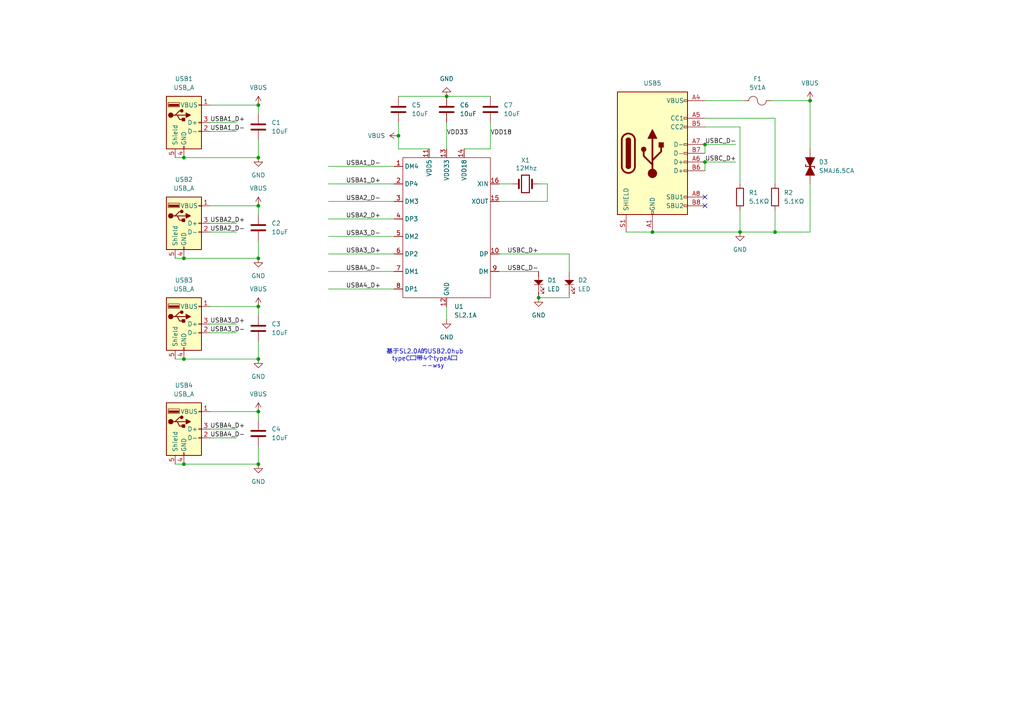
<source format=kicad_sch>
(kicad_sch
	(version 20250114)
	(generator "eeschema")
	(generator_version "9.0")
	(uuid "a762dd6d-9226-46ab-aedd-0824235a5e96")
	(paper "A4")
	(lib_symbols
		(symbol "Connector:USB_A"
			(pin_names
				(offset 1.016)
			)
			(exclude_from_sim no)
			(in_bom yes)
			(on_board yes)
			(property "Reference" "J"
				(at -5.08 11.43 0)
				(effects
					(font
						(size 1.27 1.27)
					)
					(justify left)
				)
			)
			(property "Value" "USB_A"
				(at -5.08 8.89 0)
				(effects
					(font
						(size 1.27 1.27)
					)
					(justify left)
				)
			)
			(property "Footprint" ""
				(at 3.81 -1.27 0)
				(effects
					(font
						(size 1.27 1.27)
					)
					(hide yes)
				)
			)
			(property "Datasheet" "~"
				(at 3.81 -1.27 0)
				(effects
					(font
						(size 1.27 1.27)
					)
					(hide yes)
				)
			)
			(property "Description" "USB Type A connector"
				(at 0 0 0)
				(effects
					(font
						(size 1.27 1.27)
					)
					(hide yes)
				)
			)
			(property "ki_keywords" "connector USB"
				(at 0 0 0)
				(effects
					(font
						(size 1.27 1.27)
					)
					(hide yes)
				)
			)
			(property "ki_fp_filters" "USB*"
				(at 0 0 0)
				(effects
					(font
						(size 1.27 1.27)
					)
					(hide yes)
				)
			)
			(symbol "USB_A_0_1"
				(rectangle
					(start -5.08 -7.62)
					(end 5.08 7.62)
					(stroke
						(width 0.254)
						(type default)
					)
					(fill
						(type background)
					)
				)
				(circle
					(center -3.81 2.159)
					(radius 0.635)
					(stroke
						(width 0.254)
						(type default)
					)
					(fill
						(type outline)
					)
				)
				(polyline
					(pts
						(xy -3.175 2.159) (xy -2.54 2.159) (xy -1.27 3.429) (xy -0.635 3.429)
					)
					(stroke
						(width 0.254)
						(type default)
					)
					(fill
						(type none)
					)
				)
				(polyline
					(pts
						(xy -2.54 2.159) (xy -1.905 2.159) (xy -1.27 0.889) (xy 0 0.889)
					)
					(stroke
						(width 0.254)
						(type default)
					)
					(fill
						(type none)
					)
				)
				(rectangle
					(start -1.524 4.826)
					(end -4.318 5.334)
					(stroke
						(width 0)
						(type default)
					)
					(fill
						(type outline)
					)
				)
				(rectangle
					(start -1.27 4.572)
					(end -4.572 5.842)
					(stroke
						(width 0)
						(type default)
					)
					(fill
						(type none)
					)
				)
				(circle
					(center -0.635 3.429)
					(radius 0.381)
					(stroke
						(width 0.254)
						(type default)
					)
					(fill
						(type outline)
					)
				)
				(rectangle
					(start -0.127 -7.62)
					(end 0.127 -6.858)
					(stroke
						(width 0)
						(type default)
					)
					(fill
						(type none)
					)
				)
				(rectangle
					(start 0.254 1.27)
					(end -0.508 0.508)
					(stroke
						(width 0.254)
						(type default)
					)
					(fill
						(type outline)
					)
				)
				(polyline
					(pts
						(xy 0.635 2.794) (xy 0.635 1.524) (xy 1.905 2.159) (xy 0.635 2.794)
					)
					(stroke
						(width 0.254)
						(type default)
					)
					(fill
						(type outline)
					)
				)
				(rectangle
					(start 5.08 4.953)
					(end 4.318 5.207)
					(stroke
						(width 0)
						(type default)
					)
					(fill
						(type none)
					)
				)
				(rectangle
					(start 5.08 -0.127)
					(end 4.318 0.127)
					(stroke
						(width 0)
						(type default)
					)
					(fill
						(type none)
					)
				)
				(rectangle
					(start 5.08 -2.667)
					(end 4.318 -2.413)
					(stroke
						(width 0)
						(type default)
					)
					(fill
						(type none)
					)
				)
			)
			(symbol "USB_A_1_1"
				(polyline
					(pts
						(xy -1.905 2.159) (xy 0.635 2.159)
					)
					(stroke
						(width 0.254)
						(type default)
					)
					(fill
						(type none)
					)
				)
				(pin passive line
					(at -2.54 -10.16 90)
					(length 2.54)
					(name "Shield"
						(effects
							(font
								(size 1.27 1.27)
							)
						)
					)
					(number "5"
						(effects
							(font
								(size 1.27 1.27)
							)
						)
					)
				)
				(pin power_in line
					(at 0 -10.16 90)
					(length 2.54)
					(name "GND"
						(effects
							(font
								(size 1.27 1.27)
							)
						)
					)
					(number "4"
						(effects
							(font
								(size 1.27 1.27)
							)
						)
					)
				)
				(pin power_in line
					(at 7.62 5.08 180)
					(length 2.54)
					(name "VBUS"
						(effects
							(font
								(size 1.27 1.27)
							)
						)
					)
					(number "1"
						(effects
							(font
								(size 1.27 1.27)
							)
						)
					)
				)
				(pin bidirectional line
					(at 7.62 0 180)
					(length 2.54)
					(name "D+"
						(effects
							(font
								(size 1.27 1.27)
							)
						)
					)
					(number "3"
						(effects
							(font
								(size 1.27 1.27)
							)
						)
					)
				)
				(pin bidirectional line
					(at 7.62 -2.54 180)
					(length 2.54)
					(name "D-"
						(effects
							(font
								(size 1.27 1.27)
							)
						)
					)
					(number "2"
						(effects
							(font
								(size 1.27 1.27)
							)
						)
					)
				)
			)
			(embedded_fonts no)
		)
		(symbol "Connector:USB_C_Receptacle_USB2.0_16P"
			(pin_names
				(offset 1.016)
			)
			(exclude_from_sim no)
			(in_bom yes)
			(on_board yes)
			(property "Reference" "J"
				(at 0 22.225 0)
				(effects
					(font
						(size 1.27 1.27)
					)
				)
			)
			(property "Value" "USB_C_Receptacle_USB2.0_16P"
				(at 0 19.685 0)
				(effects
					(font
						(size 1.27 1.27)
					)
				)
			)
			(property "Footprint" ""
				(at 3.81 0 0)
				(effects
					(font
						(size 1.27 1.27)
					)
					(hide yes)
				)
			)
			(property "Datasheet" "https://www.usb.org/sites/default/files/documents/usb_type-c.zip"
				(at 3.81 0 0)
				(effects
					(font
						(size 1.27 1.27)
					)
					(hide yes)
				)
			)
			(property "Description" "USB 2.0-only 16P Type-C Receptacle connector"
				(at 0 0 0)
				(effects
					(font
						(size 1.27 1.27)
					)
					(hide yes)
				)
			)
			(property "ki_keywords" "usb universal serial bus type-C USB2.0"
				(at 0 0 0)
				(effects
					(font
						(size 1.27 1.27)
					)
					(hide yes)
				)
			)
			(property "ki_fp_filters" "USB*C*Receptacle*"
				(at 0 0 0)
				(effects
					(font
						(size 1.27 1.27)
					)
					(hide yes)
				)
			)
			(symbol "USB_C_Receptacle_USB2.0_16P_0_0"
				(rectangle
					(start -0.254 -17.78)
					(end 0.254 -16.764)
					(stroke
						(width 0)
						(type default)
					)
					(fill
						(type none)
					)
				)
				(rectangle
					(start 10.16 15.494)
					(end 9.144 14.986)
					(stroke
						(width 0)
						(type default)
					)
					(fill
						(type none)
					)
				)
				(rectangle
					(start 10.16 10.414)
					(end 9.144 9.906)
					(stroke
						(width 0)
						(type default)
					)
					(fill
						(type none)
					)
				)
				(rectangle
					(start 10.16 7.874)
					(end 9.144 7.366)
					(stroke
						(width 0)
						(type default)
					)
					(fill
						(type none)
					)
				)
				(rectangle
					(start 10.16 2.794)
					(end 9.144 2.286)
					(stroke
						(width 0)
						(type default)
					)
					(fill
						(type none)
					)
				)
				(rectangle
					(start 10.16 0.254)
					(end 9.144 -0.254)
					(stroke
						(width 0)
						(type default)
					)
					(fill
						(type none)
					)
				)
				(rectangle
					(start 10.16 -2.286)
					(end 9.144 -2.794)
					(stroke
						(width 0)
						(type default)
					)
					(fill
						(type none)
					)
				)
				(rectangle
					(start 10.16 -4.826)
					(end 9.144 -5.334)
					(stroke
						(width 0)
						(type default)
					)
					(fill
						(type none)
					)
				)
				(rectangle
					(start 10.16 -12.446)
					(end 9.144 -12.954)
					(stroke
						(width 0)
						(type default)
					)
					(fill
						(type none)
					)
				)
				(rectangle
					(start 10.16 -14.986)
					(end 9.144 -15.494)
					(stroke
						(width 0)
						(type default)
					)
					(fill
						(type none)
					)
				)
			)
			(symbol "USB_C_Receptacle_USB2.0_16P_0_1"
				(rectangle
					(start -10.16 17.78)
					(end 10.16 -17.78)
					(stroke
						(width 0.254)
						(type default)
					)
					(fill
						(type background)
					)
				)
				(polyline
					(pts
						(xy -8.89 -3.81) (xy -8.89 3.81)
					)
					(stroke
						(width 0.508)
						(type default)
					)
					(fill
						(type none)
					)
				)
				(rectangle
					(start -7.62 -3.81)
					(end -6.35 3.81)
					(stroke
						(width 0.254)
						(type default)
					)
					(fill
						(type outline)
					)
				)
				(arc
					(start -7.62 3.81)
					(mid -6.985 4.4423)
					(end -6.35 3.81)
					(stroke
						(width 0.254)
						(type default)
					)
					(fill
						(type none)
					)
				)
				(arc
					(start -7.62 3.81)
					(mid -6.985 4.4423)
					(end -6.35 3.81)
					(stroke
						(width 0.254)
						(type default)
					)
					(fill
						(type outline)
					)
				)
				(arc
					(start -8.89 3.81)
					(mid -6.985 5.7067)
					(end -5.08 3.81)
					(stroke
						(width 0.508)
						(type default)
					)
					(fill
						(type none)
					)
				)
				(arc
					(start -5.08 -3.81)
					(mid -6.985 -5.7067)
					(end -8.89 -3.81)
					(stroke
						(width 0.508)
						(type default)
					)
					(fill
						(type none)
					)
				)
				(arc
					(start -6.35 -3.81)
					(mid -6.985 -4.4423)
					(end -7.62 -3.81)
					(stroke
						(width 0.254)
						(type default)
					)
					(fill
						(type none)
					)
				)
				(arc
					(start -6.35 -3.81)
					(mid -6.985 -4.4423)
					(end -7.62 -3.81)
					(stroke
						(width 0.254)
						(type default)
					)
					(fill
						(type outline)
					)
				)
				(polyline
					(pts
						(xy -5.08 3.81) (xy -5.08 -3.81)
					)
					(stroke
						(width 0.508)
						(type default)
					)
					(fill
						(type none)
					)
				)
				(circle
					(center -2.54 1.143)
					(radius 0.635)
					(stroke
						(width 0.254)
						(type default)
					)
					(fill
						(type outline)
					)
				)
				(polyline
					(pts
						(xy -1.27 4.318) (xy 0 6.858) (xy 1.27 4.318) (xy -1.27 4.318)
					)
					(stroke
						(width 0.254)
						(type default)
					)
					(fill
						(type outline)
					)
				)
				(polyline
					(pts
						(xy 0 -2.032) (xy 2.54 0.508) (xy 2.54 1.778)
					)
					(stroke
						(width 0.508)
						(type default)
					)
					(fill
						(type none)
					)
				)
				(polyline
					(pts
						(xy 0 -3.302) (xy -2.54 -0.762) (xy -2.54 0.508)
					)
					(stroke
						(width 0.508)
						(type default)
					)
					(fill
						(type none)
					)
				)
				(polyline
					(pts
						(xy 0 -5.842) (xy 0 4.318)
					)
					(stroke
						(width 0.508)
						(type default)
					)
					(fill
						(type none)
					)
				)
				(circle
					(center 0 -5.842)
					(radius 1.27)
					(stroke
						(width 0)
						(type default)
					)
					(fill
						(type outline)
					)
				)
				(rectangle
					(start 1.905 1.778)
					(end 3.175 3.048)
					(stroke
						(width 0.254)
						(type default)
					)
					(fill
						(type outline)
					)
				)
			)
			(symbol "USB_C_Receptacle_USB2.0_16P_1_1"
				(pin passive line
					(at -7.62 -22.86 90)
					(length 5.08)
					(name "SHIELD"
						(effects
							(font
								(size 1.27 1.27)
							)
						)
					)
					(number "S1"
						(effects
							(font
								(size 1.27 1.27)
							)
						)
					)
				)
				(pin passive line
					(at 0 -22.86 90)
					(length 5.08)
					(name "GND"
						(effects
							(font
								(size 1.27 1.27)
							)
						)
					)
					(number "A1"
						(effects
							(font
								(size 1.27 1.27)
							)
						)
					)
				)
				(pin passive line
					(at 0 -22.86 90)
					(length 5.08)
					(hide yes)
					(name "GND"
						(effects
							(font
								(size 1.27 1.27)
							)
						)
					)
					(number "A12"
						(effects
							(font
								(size 1.27 1.27)
							)
						)
					)
				)
				(pin passive line
					(at 0 -22.86 90)
					(length 5.08)
					(hide yes)
					(name "GND"
						(effects
							(font
								(size 1.27 1.27)
							)
						)
					)
					(number "B1"
						(effects
							(font
								(size 1.27 1.27)
							)
						)
					)
				)
				(pin passive line
					(at 0 -22.86 90)
					(length 5.08)
					(hide yes)
					(name "GND"
						(effects
							(font
								(size 1.27 1.27)
							)
						)
					)
					(number "B12"
						(effects
							(font
								(size 1.27 1.27)
							)
						)
					)
				)
				(pin passive line
					(at 15.24 15.24 180)
					(length 5.08)
					(name "VBUS"
						(effects
							(font
								(size 1.27 1.27)
							)
						)
					)
					(number "A4"
						(effects
							(font
								(size 1.27 1.27)
							)
						)
					)
				)
				(pin passive line
					(at 15.24 15.24 180)
					(length 5.08)
					(hide yes)
					(name "VBUS"
						(effects
							(font
								(size 1.27 1.27)
							)
						)
					)
					(number "A9"
						(effects
							(font
								(size 1.27 1.27)
							)
						)
					)
				)
				(pin passive line
					(at 15.24 15.24 180)
					(length 5.08)
					(hide yes)
					(name "VBUS"
						(effects
							(font
								(size 1.27 1.27)
							)
						)
					)
					(number "B4"
						(effects
							(font
								(size 1.27 1.27)
							)
						)
					)
				)
				(pin passive line
					(at 15.24 15.24 180)
					(length 5.08)
					(hide yes)
					(name "VBUS"
						(effects
							(font
								(size 1.27 1.27)
							)
						)
					)
					(number "B9"
						(effects
							(font
								(size 1.27 1.27)
							)
						)
					)
				)
				(pin bidirectional line
					(at 15.24 10.16 180)
					(length 5.08)
					(name "CC1"
						(effects
							(font
								(size 1.27 1.27)
							)
						)
					)
					(number "A5"
						(effects
							(font
								(size 1.27 1.27)
							)
						)
					)
				)
				(pin bidirectional line
					(at 15.24 7.62 180)
					(length 5.08)
					(name "CC2"
						(effects
							(font
								(size 1.27 1.27)
							)
						)
					)
					(number "B5"
						(effects
							(font
								(size 1.27 1.27)
							)
						)
					)
				)
				(pin bidirectional line
					(at 15.24 2.54 180)
					(length 5.08)
					(name "D-"
						(effects
							(font
								(size 1.27 1.27)
							)
						)
					)
					(number "A7"
						(effects
							(font
								(size 1.27 1.27)
							)
						)
					)
				)
				(pin bidirectional line
					(at 15.24 0 180)
					(length 5.08)
					(name "D-"
						(effects
							(font
								(size 1.27 1.27)
							)
						)
					)
					(number "B7"
						(effects
							(font
								(size 1.27 1.27)
							)
						)
					)
				)
				(pin bidirectional line
					(at 15.24 -2.54 180)
					(length 5.08)
					(name "D+"
						(effects
							(font
								(size 1.27 1.27)
							)
						)
					)
					(number "A6"
						(effects
							(font
								(size 1.27 1.27)
							)
						)
					)
				)
				(pin bidirectional line
					(at 15.24 -5.08 180)
					(length 5.08)
					(name "D+"
						(effects
							(font
								(size 1.27 1.27)
							)
						)
					)
					(number "B6"
						(effects
							(font
								(size 1.27 1.27)
							)
						)
					)
				)
				(pin bidirectional line
					(at 15.24 -12.7 180)
					(length 5.08)
					(name "SBU1"
						(effects
							(font
								(size 1.27 1.27)
							)
						)
					)
					(number "A8"
						(effects
							(font
								(size 1.27 1.27)
							)
						)
					)
				)
				(pin bidirectional line
					(at 15.24 -15.24 180)
					(length 5.08)
					(name "SBU2"
						(effects
							(font
								(size 1.27 1.27)
							)
						)
					)
					(number "B8"
						(effects
							(font
								(size 1.27 1.27)
							)
						)
					)
				)
			)
			(embedded_fonts no)
		)
		(symbol "Device:Crystal"
			(pin_numbers
				(hide yes)
			)
			(pin_names
				(offset 1.016)
				(hide yes)
			)
			(exclude_from_sim no)
			(in_bom yes)
			(on_board yes)
			(property "Reference" "Y"
				(at 0 3.81 0)
				(effects
					(font
						(size 1.27 1.27)
					)
				)
			)
			(property "Value" "Crystal"
				(at 0 -3.81 0)
				(effects
					(font
						(size 1.27 1.27)
					)
				)
			)
			(property "Footprint" ""
				(at 0 0 0)
				(effects
					(font
						(size 1.27 1.27)
					)
					(hide yes)
				)
			)
			(property "Datasheet" "~"
				(at 0 0 0)
				(effects
					(font
						(size 1.27 1.27)
					)
					(hide yes)
				)
			)
			(property "Description" "Two pin crystal"
				(at 0 0 0)
				(effects
					(font
						(size 1.27 1.27)
					)
					(hide yes)
				)
			)
			(property "ki_keywords" "quartz ceramic resonator oscillator"
				(at 0 0 0)
				(effects
					(font
						(size 1.27 1.27)
					)
					(hide yes)
				)
			)
			(property "ki_fp_filters" "Crystal*"
				(at 0 0 0)
				(effects
					(font
						(size 1.27 1.27)
					)
					(hide yes)
				)
			)
			(symbol "Crystal_0_1"
				(polyline
					(pts
						(xy -2.54 0) (xy -1.905 0)
					)
					(stroke
						(width 0)
						(type default)
					)
					(fill
						(type none)
					)
				)
				(polyline
					(pts
						(xy -1.905 -1.27) (xy -1.905 1.27)
					)
					(stroke
						(width 0.508)
						(type default)
					)
					(fill
						(type none)
					)
				)
				(rectangle
					(start -1.143 2.54)
					(end 1.143 -2.54)
					(stroke
						(width 0.3048)
						(type default)
					)
					(fill
						(type none)
					)
				)
				(polyline
					(pts
						(xy 1.905 -1.27) (xy 1.905 1.27)
					)
					(stroke
						(width 0.508)
						(type default)
					)
					(fill
						(type none)
					)
				)
				(polyline
					(pts
						(xy 2.54 0) (xy 1.905 0)
					)
					(stroke
						(width 0)
						(type default)
					)
					(fill
						(type none)
					)
				)
			)
			(symbol "Crystal_1_1"
				(pin passive line
					(at -3.81 0 0)
					(length 1.27)
					(name "1"
						(effects
							(font
								(size 1.27 1.27)
							)
						)
					)
					(number "1"
						(effects
							(font
								(size 1.27 1.27)
							)
						)
					)
				)
				(pin passive line
					(at 3.81 0 180)
					(length 1.27)
					(name "2"
						(effects
							(font
								(size 1.27 1.27)
							)
						)
					)
					(number "2"
						(effects
							(font
								(size 1.27 1.27)
							)
						)
					)
				)
			)
			(embedded_fonts no)
		)
		(symbol "PCM_Capacitor_AKL:C_1206"
			(pin_numbers
				(hide yes)
			)
			(pin_names
				(offset 0.254)
			)
			(exclude_from_sim no)
			(in_bom yes)
			(on_board yes)
			(property "Reference" "C"
				(at 0.635 2.54 0)
				(effects
					(font
						(size 1.27 1.27)
					)
					(justify left)
				)
			)
			(property "Value" "C_1206"
				(at 0.635 -2.54 0)
				(effects
					(font
						(size 1.27 1.27)
					)
					(justify left)
				)
			)
			(property "Footprint" "PCM_Capacitor_SMD_AKL:C_1206_3216Metric"
				(at 0.9652 -3.81 0)
				(effects
					(font
						(size 1.27 1.27)
					)
					(hide yes)
				)
			)
			(property "Datasheet" "~"
				(at 0 0 0)
				(effects
					(font
						(size 1.27 1.27)
					)
					(hide yes)
				)
			)
			(property "Description" "SMD 1206 MLCC capacitor, Alternate KiCad Library"
				(at 0 0 0)
				(effects
					(font
						(size 1.27 1.27)
					)
					(hide yes)
				)
			)
			(property "ki_keywords" "cap capacitor ceramic chip mlcc smd 1206"
				(at 0 0 0)
				(effects
					(font
						(size 1.27 1.27)
					)
					(hide yes)
				)
			)
			(property "ki_fp_filters" "C_*"
				(at 0 0 0)
				(effects
					(font
						(size 1.27 1.27)
					)
					(hide yes)
				)
			)
			(symbol "C_1206_0_1"
				(polyline
					(pts
						(xy -2.032 0.762) (xy 2.032 0.762)
					)
					(stroke
						(width 0.508)
						(type default)
					)
					(fill
						(type none)
					)
				)
				(polyline
					(pts
						(xy -2.032 -0.762) (xy 2.032 -0.762)
					)
					(stroke
						(width 0.508)
						(type default)
					)
					(fill
						(type none)
					)
				)
			)
			(symbol "C_1206_0_2"
				(polyline
					(pts
						(xy -2.54 -2.54) (xy -0.381 -0.381)
					)
					(stroke
						(width 0)
						(type default)
					)
					(fill
						(type none)
					)
				)
				(polyline
					(pts
						(xy -0.508 -0.508) (xy -1.651 0.635)
					)
					(stroke
						(width 0.508)
						(type default)
					)
					(fill
						(type none)
					)
				)
				(polyline
					(pts
						(xy -0.508 -0.508) (xy 0.635 -1.651)
					)
					(stroke
						(width 0.508)
						(type default)
					)
					(fill
						(type none)
					)
				)
				(polyline
					(pts
						(xy 0.381 0.381) (xy 2.54 2.54)
					)
					(stroke
						(width 0)
						(type default)
					)
					(fill
						(type none)
					)
				)
				(polyline
					(pts
						(xy 0.508 0.508) (xy -0.635 1.651)
					)
					(stroke
						(width 0.508)
						(type default)
					)
					(fill
						(type none)
					)
				)
				(polyline
					(pts
						(xy 0.508 0.508) (xy 1.651 -0.635)
					)
					(stroke
						(width 0.508)
						(type default)
					)
					(fill
						(type none)
					)
				)
			)
			(symbol "C_1206_1_1"
				(pin passive line
					(at 0 3.81 270)
					(length 2.794)
					(name "~"
						(effects
							(font
								(size 1.27 1.27)
							)
						)
					)
					(number "1"
						(effects
							(font
								(size 1.27 1.27)
							)
						)
					)
				)
				(pin passive line
					(at 0 -3.81 90)
					(length 2.794)
					(name "~"
						(effects
							(font
								(size 1.27 1.27)
							)
						)
					)
					(number "2"
						(effects
							(font
								(size 1.27 1.27)
							)
						)
					)
				)
			)
			(symbol "C_1206_1_2"
				(pin passive line
					(at -2.54 -2.54 90)
					(length 0)
					(name "~"
						(effects
							(font
								(size 1.27 1.27)
							)
						)
					)
					(number "2"
						(effects
							(font
								(size 1.27 1.27)
							)
						)
					)
				)
				(pin passive line
					(at 2.54 2.54 270)
					(length 0)
					(name "~"
						(effects
							(font
								(size 1.27 1.27)
							)
						)
					)
					(number "1"
						(effects
							(font
								(size 1.27 1.27)
							)
						)
					)
				)
			)
			(embedded_fonts no)
		)
		(symbol "PCM_Device_AKL:Fuse"
			(pin_numbers
				(hide yes)
			)
			(pin_names
				(offset 0)
			)
			(exclude_from_sim no)
			(in_bom yes)
			(on_board yes)
			(property "Reference" "F"
				(at 0 4.572 0)
				(effects
					(font
						(size 1.27 1.27)
					)
				)
			)
			(property "Value" "Fuse"
				(at 0 3.175 0)
				(effects
					(font
						(size 1.27 1.27)
					)
				)
			)
			(property "Footprint" ""
				(at 0 3.302 0)
				(effects
					(font
						(size 1.27 1.27)
					)
					(hide yes)
				)
			)
			(property "Datasheet" "~"
				(at 0 0 90)
				(effects
					(font
						(size 1.27 1.27)
					)
					(hide yes)
				)
			)
			(property "Description" "Fuse, Alternate KiCAD Library"
				(at 0 0 0)
				(effects
					(font
						(size 1.27 1.27)
					)
					(hide yes)
				)
			)
			(property "ki_keywords" "fuse"
				(at 0 0 0)
				(effects
					(font
						(size 1.27 1.27)
					)
					(hide yes)
				)
			)
			(property "ki_fp_filters" "*Fuse*"
				(at 0 0 0)
				(effects
					(font
						(size 1.27 1.27)
					)
					(hide yes)
				)
			)
			(symbol "Fuse_0_1"
				(arc
					(start -2.54 0)
					(mid -1.27 1.2645)
					(end 0 0)
					(stroke
						(width 0)
						(type default)
					)
					(fill
						(type none)
					)
				)
				(arc
					(start 2.54 0)
					(mid 1.27 -1.2645)
					(end 0 0)
					(stroke
						(width 0)
						(type default)
					)
					(fill
						(type none)
					)
				)
			)
			(symbol "Fuse_1_1"
				(pin passive line
					(at -3.81 0 0)
					(length 1.27)
					(name "~"
						(effects
							(font
								(size 1.27 1.27)
							)
						)
					)
					(number "1"
						(effects
							(font
								(size 1.27 1.27)
							)
						)
					)
				)
				(pin passive line
					(at 3.81 0 180)
					(length 1.27)
					(name "~"
						(effects
							(font
								(size 1.27 1.27)
							)
						)
					)
					(number "2"
						(effects
							(font
								(size 1.27 1.27)
							)
						)
					)
				)
			)
			(embedded_fonts no)
		)
		(symbol "PCM_Diode_TVS_AKL:SMAJ6.5CA"
			(pin_numbers
				(hide yes)
			)
			(pin_names
				(offset 1.016)
				(hide yes)
			)
			(exclude_from_sim no)
			(in_bom yes)
			(on_board yes)
			(property "Reference" "D"
				(at 0 5.08 0)
				(effects
					(font
						(size 1.27 1.27)
					)
				)
			)
			(property "Value" "SMAJ6.5CA"
				(at 0 2.54 0)
				(effects
					(font
						(size 1.27 1.27)
					)
				)
			)
			(property "Footprint" "PCM_Diode_SMD_AKL:D_SMA_TVS"
				(at 0 0 0)
				(effects
					(font
						(size 1.27 1.27)
					)
					(hide yes)
				)
			)
			(property "Datasheet" "https://www.tme.eu/Document/dbc72d81c249fe51b6ab42300e8e06d0/SMAJ_ser.pdf"
				(at 0 0 0)
				(effects
					(font
						(size 1.27 1.27)
					)
					(hide yes)
				)
			)
			(property "Description" "SMA Bidirectional TVS Diode, 6.5V, 400W, Alternate KiCAD Library"
				(at 0 0 0)
				(effects
					(font
						(size 1.27 1.27)
					)
					(hide yes)
				)
			)
			(property "ki_keywords" "diode TVS bidirectional SMAJ-CA"
				(at 0 0 0)
				(effects
					(font
						(size 1.27 1.27)
					)
					(hide yes)
				)
			)
			(property "ki_fp_filters" "TO-???* *_Diode_* *SingleDiode* D_*"
				(at 0 0 0)
				(effects
					(font
						(size 1.27 1.27)
					)
					(hide yes)
				)
			)
			(symbol "SMAJ6.5CA_0_1"
				(polyline
					(pts
						(xy 0 1.27) (xy 0 -1.27)
					)
					(stroke
						(width 0.254)
						(type default)
					)
					(fill
						(type none)
					)
				)
				(polyline
					(pts
						(xy 0 1.27) (xy 0.508 1.27)
					)
					(stroke
						(width 0.254)
						(type default)
					)
					(fill
						(type none)
					)
				)
				(polyline
					(pts
						(xy 0 0) (xy -2.54 1.27) (xy -2.54 -1.27) (xy 0 0)
					)
					(stroke
						(width 0.254)
						(type default)
					)
					(fill
						(type outline)
					)
				)
				(polyline
					(pts
						(xy 0 -1.27) (xy -0.508 -1.27)
					)
					(stroke
						(width 0.254)
						(type default)
					)
					(fill
						(type none)
					)
				)
				(polyline
					(pts
						(xy 1.27 0) (xy -1.27 0)
					)
					(stroke
						(width 0)
						(type default)
					)
					(fill
						(type none)
					)
				)
				(polyline
					(pts
						(xy 2.54 1.27) (xy 2.54 -1.27) (xy 0 0) (xy 2.54 1.27)
					)
					(stroke
						(width 0.254)
						(type default)
					)
					(fill
						(type outline)
					)
				)
			)
			(symbol "SMAJ6.5CA_0_2"
				(polyline
					(pts
						(xy -3.81 -3.81) (xy 3.81 3.81)
					)
					(stroke
						(width 0)
						(type default)
					)
					(fill
						(type none)
					)
				)
				(polyline
					(pts
						(xy -1.778 -1.778) (xy -2.667 -0.889) (xy 0 0) (xy -0.889 -2.667) (xy -1.778 -1.778)
					)
					(stroke
						(width 0.254)
						(type default)
					)
					(fill
						(type outline)
					)
				)
				(polyline
					(pts
						(xy -0.889 0.889) (xy -1.27 0.508)
					)
					(stroke
						(width 0.254)
						(type default)
					)
					(fill
						(type none)
					)
				)
				(polyline
					(pts
						(xy -0.889 0.889) (xy 0.889 -0.889)
					)
					(stroke
						(width 0.254)
						(type default)
					)
					(fill
						(type none)
					)
				)
				(polyline
					(pts
						(xy 0.889 -0.889) (xy 1.27 -0.508)
					)
					(stroke
						(width 0.254)
						(type default)
					)
					(fill
						(type none)
					)
				)
				(polyline
					(pts
						(xy 1.778 1.778) (xy 2.667 0.889) (xy 0 0) (xy 0.889 2.667) (xy 1.778 1.778)
					)
					(stroke
						(width 0.254)
						(type default)
					)
					(fill
						(type outline)
					)
				)
			)
			(symbol "SMAJ6.5CA_1_1"
				(pin passive line
					(at -5.08 0 0)
					(length 2.54)
					(name "K"
						(effects
							(font
								(size 1.27 1.27)
							)
						)
					)
					(number "1"
						(effects
							(font
								(size 1.27 1.27)
							)
						)
					)
				)
				(pin passive line
					(at 5.08 0 180)
					(length 2.54)
					(name "A"
						(effects
							(font
								(size 1.27 1.27)
							)
						)
					)
					(number "2"
						(effects
							(font
								(size 1.27 1.27)
							)
						)
					)
				)
			)
			(symbol "SMAJ6.5CA_1_2"
				(pin passive line
					(at -3.81 -3.81 0)
					(length 0)
					(name "A"
						(effects
							(font
								(size 1.27 1.27)
							)
						)
					)
					(number "2"
						(effects
							(font
								(size 1.27 1.27)
							)
						)
					)
				)
				(pin passive line
					(at 3.81 3.81 180)
					(length 0)
					(name "K"
						(effects
							(font
								(size 1.27 1.27)
							)
						)
					)
					(number "1"
						(effects
							(font
								(size 1.27 1.27)
							)
						)
					)
				)
			)
			(embedded_fonts no)
		)
		(symbol "PCM_Resistor_AKL:R_1206"
			(pin_numbers
				(hide yes)
			)
			(pin_names
				(offset 0)
			)
			(exclude_from_sim no)
			(in_bom yes)
			(on_board yes)
			(property "Reference" "R"
				(at 2.54 1.27 0)
				(effects
					(font
						(size 1.27 1.27)
					)
					(justify left)
				)
			)
			(property "Value" "R_1206"
				(at 2.54 -1.27 0)
				(effects
					(font
						(size 1.27 1.27)
					)
					(justify left)
				)
			)
			(property "Footprint" "PCM_Resistor_SMD_AKL:R_1206_3216Metric"
				(at 0 -11.43 0)
				(effects
					(font
						(size 1.27 1.27)
					)
					(hide yes)
				)
			)
			(property "Datasheet" "~"
				(at 0 0 0)
				(effects
					(font
						(size 1.27 1.27)
					)
					(hide yes)
				)
			)
			(property "Description" "SMD 1206 Chip Resistor, European Symbol, Alternate KiCad Library"
				(at 0 0 0)
				(effects
					(font
						(size 1.27 1.27)
					)
					(hide yes)
				)
			)
			(property "ki_keywords" "R res resistor eu  smd 1206"
				(at 0 0 0)
				(effects
					(font
						(size 1.27 1.27)
					)
					(hide yes)
				)
			)
			(property "ki_fp_filters" "R_*"
				(at 0 0 0)
				(effects
					(font
						(size 1.27 1.27)
					)
					(hide yes)
				)
			)
			(symbol "R_1206_0_1"
				(rectangle
					(start -1.016 2.54)
					(end 1.016 -2.54)
					(stroke
						(width 0.254)
						(type default)
					)
					(fill
						(type none)
					)
				)
			)
			(symbol "R_1206_0_2"
				(polyline
					(pts
						(xy -2.54 -2.54) (xy -1.524 -1.524)
					)
					(stroke
						(width 0)
						(type default)
					)
					(fill
						(type none)
					)
				)
				(polyline
					(pts
						(xy 1.524 1.524) (xy 2.54 2.54)
					)
					(stroke
						(width 0)
						(type default)
					)
					(fill
						(type none)
					)
				)
				(polyline
					(pts
						(xy 1.524 1.524) (xy 0.889 2.159) (xy -2.159 -0.889) (xy -0.889 -2.159) (xy 2.159 0.889) (xy 1.524 1.524)
					)
					(stroke
						(width 0.254)
						(type default)
					)
					(fill
						(type none)
					)
				)
			)
			(symbol "R_1206_1_1"
				(pin passive line
					(at 0 3.81 270)
					(length 1.27)
					(name "~"
						(effects
							(font
								(size 1.27 1.27)
							)
						)
					)
					(number "1"
						(effects
							(font
								(size 1.27 1.27)
							)
						)
					)
				)
				(pin passive line
					(at 0 -3.81 90)
					(length 1.27)
					(name "~"
						(effects
							(font
								(size 1.27 1.27)
							)
						)
					)
					(number "2"
						(effects
							(font
								(size 1.27 1.27)
							)
						)
					)
				)
			)
			(symbol "R_1206_1_2"
				(pin passive line
					(at -2.54 -2.54 0)
					(length 0)
					(name ""
						(effects
							(font
								(size 1.27 1.27)
							)
						)
					)
					(number "2"
						(effects
							(font
								(size 1.27 1.27)
							)
						)
					)
				)
				(pin passive line
					(at 2.54 2.54 180)
					(length 0)
					(name ""
						(effects
							(font
								(size 1.27 1.27)
							)
						)
					)
					(number "1"
						(effects
							(font
								(size 1.27 1.27)
							)
						)
					)
				)
			)
			(embedded_fonts no)
		)
		(symbol "PCM_SL_Devices:LED"
			(exclude_from_sim no)
			(in_bom yes)
			(on_board yes)
			(property "Reference" "D"
				(at -0.508 5.334 0)
				(effects
					(font
						(size 1.27 1.27)
					)
				)
			)
			(property "Value" "LED"
				(at -0.508 2.794 0)
				(effects
					(font
						(size 1.27 1.27)
					)
				)
			)
			(property "Footprint" "LED_THT:LED_D5.0mm"
				(at -1.016 -2.794 0)
				(effects
					(font
						(size 1.27 1.27)
					)
					(hide yes)
				)
			)
			(property "Datasheet" ""
				(at -1.27 0 0)
				(effects
					(font
						(size 1.27 1.27)
					)
					(hide yes)
				)
			)
			(property "Description" "Common 5mm diameter LED"
				(at 0 0 0)
				(effects
					(font
						(size 1.27 1.27)
					)
					(hide yes)
				)
			)
			(property "ki_keywords" "LED 5mm"
				(at 0 0 0)
				(effects
					(font
						(size 1.27 1.27)
					)
					(hide yes)
				)
			)
			(property "ki_fp_filters" "LED_D5.0mm_Clear LED_D5.0mm_Horizontal_O1.27mm_Z3.0mm LED_D5.0mm_Horizontal_O3.81mm_Z3.0mm LED_D5.0mm_Horizontal_O6.35mm_Z3.0mm"
				(at 0 0 0)
				(effects
					(font
						(size 1.27 1.27)
					)
					(hide yes)
				)
			)
			(symbol "LED_0_1"
				(polyline
					(pts
						(xy -1.27 0) (xy -2.54 0)
					)
					(stroke
						(width 0)
						(type default)
					)
					(fill
						(type none)
					)
				)
				(polyline
					(pts
						(xy 0 1.27) (xy 0 -1.27)
					)
					(stroke
						(width 0)
						(type default)
					)
					(fill
						(type none)
					)
				)
				(polyline
					(pts
						(xy 0 0) (xy -1.27 -1.27) (xy -1.27 1.27) (xy 0 0) (xy 1.27 0)
					)
					(stroke
						(width 0)
						(type default)
					)
					(fill
						(type outline)
					)
				)
				(polyline
					(pts
						(xy 0.508 0.508) (xy 1.524 1.524)
					)
					(stroke
						(width 0)
						(type default)
					)
					(fill
						(type none)
					)
				)
				(polyline
					(pts
						(xy 1.27 0) (xy 2.54 0)
					)
					(stroke
						(width 0)
						(type default)
					)
					(fill
						(type none)
					)
				)
				(polyline
					(pts
						(xy 1.524 1.524) (xy 0.889 1.524)
					)
					(stroke
						(width 0)
						(type default)
					)
					(fill
						(type none)
					)
				)
				(polyline
					(pts
						(xy 1.524 1.524) (xy 1.524 0.889)
					)
					(stroke
						(width 0)
						(type default)
					)
					(fill
						(type none)
					)
				)
				(polyline
					(pts
						(xy 1.524 0.508) (xy 2.54 1.524)
					)
					(stroke
						(width 0)
						(type default)
					)
					(fill
						(type none)
					)
				)
				(polyline
					(pts
						(xy 2.54 1.524) (xy 1.905 1.524)
					)
					(stroke
						(width 0)
						(type default)
					)
					(fill
						(type none)
					)
				)
				(polyline
					(pts
						(xy 2.54 1.524) (xy 2.54 0.889)
					)
					(stroke
						(width 0)
						(type default)
					)
					(fill
						(type none)
					)
				)
			)
			(symbol "LED_1_1"
				(pin passive line
					(at -3.81 0 0)
					(length 1.5)
					(name ""
						(effects
							(font
								(size 1.27 1.27)
							)
						)
					)
					(number "2"
						(effects
							(font
								(size 0 0)
							)
						)
					)
				)
				(pin passive line
					(at 3.81 0 180)
					(length 1.5)
					(name "~"
						(effects
							(font
								(size 1.27 1.27)
							)
						)
					)
					(number "1"
						(effects
							(font
								(size 0 0)
							)
						)
					)
				)
			)
			(embedded_fonts no)
		)
		(symbol "power:GND"
			(power)
			(pin_numbers
				(hide yes)
			)
			(pin_names
				(offset 0)
				(hide yes)
			)
			(exclude_from_sim no)
			(in_bom yes)
			(on_board yes)
			(property "Reference" "#PWR"
				(at 0 -6.35 0)
				(effects
					(font
						(size 1.27 1.27)
					)
					(hide yes)
				)
			)
			(property "Value" "GND"
				(at 0 -3.81 0)
				(effects
					(font
						(size 1.27 1.27)
					)
				)
			)
			(property "Footprint" ""
				(at 0 0 0)
				(effects
					(font
						(size 1.27 1.27)
					)
					(hide yes)
				)
			)
			(property "Datasheet" ""
				(at 0 0 0)
				(effects
					(font
						(size 1.27 1.27)
					)
					(hide yes)
				)
			)
			(property "Description" "Power symbol creates a global label with name \"GND\" , ground"
				(at 0 0 0)
				(effects
					(font
						(size 1.27 1.27)
					)
					(hide yes)
				)
			)
			(property "ki_keywords" "global power"
				(at 0 0 0)
				(effects
					(font
						(size 1.27 1.27)
					)
					(hide yes)
				)
			)
			(symbol "GND_0_1"
				(polyline
					(pts
						(xy 0 0) (xy 0 -1.27) (xy 1.27 -1.27) (xy 0 -2.54) (xy -1.27 -1.27) (xy 0 -1.27)
					)
					(stroke
						(width 0)
						(type default)
					)
					(fill
						(type none)
					)
				)
			)
			(symbol "GND_1_1"
				(pin power_in line
					(at 0 0 270)
					(length 0)
					(name "~"
						(effects
							(font
								(size 1.27 1.27)
							)
						)
					)
					(number "1"
						(effects
							(font
								(size 1.27 1.27)
							)
						)
					)
				)
			)
			(embedded_fonts no)
		)
		(symbol "power:VBUS"
			(power)
			(pin_numbers
				(hide yes)
			)
			(pin_names
				(offset 0)
				(hide yes)
			)
			(exclude_from_sim no)
			(in_bom yes)
			(on_board yes)
			(property "Reference" "#PWR"
				(at 0 -3.81 0)
				(effects
					(font
						(size 1.27 1.27)
					)
					(hide yes)
				)
			)
			(property "Value" "VBUS"
				(at 0 3.556 0)
				(effects
					(font
						(size 1.27 1.27)
					)
				)
			)
			(property "Footprint" ""
				(at 0 0 0)
				(effects
					(font
						(size 1.27 1.27)
					)
					(hide yes)
				)
			)
			(property "Datasheet" ""
				(at 0 0 0)
				(effects
					(font
						(size 1.27 1.27)
					)
					(hide yes)
				)
			)
			(property "Description" "Power symbol creates a global label with name \"VBUS\""
				(at 0 0 0)
				(effects
					(font
						(size 1.27 1.27)
					)
					(hide yes)
				)
			)
			(property "ki_keywords" "global power"
				(at 0 0 0)
				(effects
					(font
						(size 1.27 1.27)
					)
					(hide yes)
				)
			)
			(symbol "VBUS_0_1"
				(polyline
					(pts
						(xy -0.762 1.27) (xy 0 2.54)
					)
					(stroke
						(width 0)
						(type default)
					)
					(fill
						(type none)
					)
				)
				(polyline
					(pts
						(xy 0 2.54) (xy 0.762 1.27)
					)
					(stroke
						(width 0)
						(type default)
					)
					(fill
						(type none)
					)
				)
				(polyline
					(pts
						(xy 0 0) (xy 0 2.54)
					)
					(stroke
						(width 0)
						(type default)
					)
					(fill
						(type none)
					)
				)
			)
			(symbol "VBUS_1_1"
				(pin power_in line
					(at 0 0 90)
					(length 0)
					(name "~"
						(effects
							(font
								(size 1.27 1.27)
							)
						)
					)
					(number "1"
						(effects
							(font
								(size 1.27 1.27)
							)
						)
					)
				)
			)
			(embedded_fonts no)
		)
		(symbol "wsylib:SL2.1A"
			(exclude_from_sim no)
			(in_bom yes)
			(on_board yes)
			(property "Reference" "U"
				(at 0 -2.54 0)
				(effects
					(font
						(size 1.27 1.27)
					)
				)
			)
			(property "Value" "SL2.1A"
				(at 0 -2.54 0)
				(effects
					(font
						(size 1.27 1.27)
					)
				)
			)
			(property "Footprint" "Package_SO:SOP-16_3.9x9.9mm_P1.27mm"
				(at 0 0 0)
				(effects
					(font
						(size 1.27 1.27)
					)
					(hide yes)
				)
			)
			(property "Datasheet" "https://atta.szlcsc.com/upload/public/pdf/source/20180522/C192893_624110D24898D57AAC785E3DF98EA862.pdf"
				(at 0 0 0)
				(effects
					(font
						(size 1.27 1.27)
					)
					(hide yes)
				)
			)
			(property "Description" "SL2.1A USB2.0 HUB 控制器集成电路"
				(at 0 -2.54 0)
				(effects
					(font
						(size 1.27 1.27)
					)
					(hide yes)
				)
			)
			(property "ki_keywords" "USB2.0 HUB"
				(at 0 0 0)
				(effects
					(font
						(size 1.27 1.27)
					)
					(hide yes)
				)
			)
			(symbol "SL2.1A_1_0"
				(rectangle
					(start -12.7 17.78)
					(end 12.7 -22.86)
					(stroke
						(width 0)
						(type default)
					)
					(fill
						(type none)
					)
				)
				(pin passive line
					(at -15.24 15.24 0)
					(length 2.54)
					(name "DM4"
						(effects
							(font
								(size 1.27 1.27)
							)
						)
					)
					(number "1"
						(effects
							(font
								(size 1.27 1.27)
							)
						)
					)
				)
				(pin passive line
					(at -15.24 10.16 0)
					(length 2.54)
					(name "DP4"
						(effects
							(font
								(size 1.27 1.27)
							)
						)
					)
					(number "2"
						(effects
							(font
								(size 1.27 1.27)
							)
						)
					)
				)
				(pin passive line
					(at -15.24 5.08 0)
					(length 2.54)
					(name "DM3"
						(effects
							(font
								(size 1.27 1.27)
							)
						)
					)
					(number "3"
						(effects
							(font
								(size 1.27 1.27)
							)
						)
					)
				)
				(pin passive line
					(at -15.24 0 0)
					(length 2.54)
					(name "DP3"
						(effects
							(font
								(size 1.27 1.27)
							)
						)
					)
					(number "4"
						(effects
							(font
								(size 1.27 1.27)
							)
						)
					)
				)
				(pin passive line
					(at -15.24 -5.08 0)
					(length 2.54)
					(name "DM2"
						(effects
							(font
								(size 1.27 1.27)
							)
						)
					)
					(number "5"
						(effects
							(font
								(size 1.27 1.27)
							)
						)
					)
				)
				(pin passive line
					(at -15.24 -10.16 0)
					(length 2.54)
					(name "DP2"
						(effects
							(font
								(size 1.27 1.27)
							)
						)
					)
					(number "6"
						(effects
							(font
								(size 1.27 1.27)
							)
						)
					)
				)
				(pin passive line
					(at -15.24 -15.24 0)
					(length 2.54)
					(name "DM1"
						(effects
							(font
								(size 1.27 1.27)
							)
						)
					)
					(number "7"
						(effects
							(font
								(size 1.27 1.27)
							)
						)
					)
				)
				(pin passive line
					(at -15.24 -20.32 0)
					(length 2.54)
					(name "DP1"
						(effects
							(font
								(size 1.27 1.27)
							)
						)
					)
					(number "8"
						(effects
							(font
								(size 1.27 1.27)
							)
						)
					)
				)
				(pin passive line
					(at -5.08 20.32 270)
					(length 2.54)
					(name "VDD5"
						(effects
							(font
								(size 1.27 1.27)
							)
						)
					)
					(number "11"
						(effects
							(font
								(size 1.27 1.27)
							)
						)
					)
				)
				(pin passive line
					(at 0 20.32 270)
					(length 2.54)
					(name "VDD33"
						(effects
							(font
								(size 1.27 1.27)
							)
						)
					)
					(number "13"
						(effects
							(font
								(size 1.27 1.27)
							)
						)
					)
				)
				(pin passive line
					(at 0 -25.4 90)
					(length 2.54)
					(name "GND"
						(effects
							(font
								(size 1.27 1.27)
							)
						)
					)
					(number "12"
						(effects
							(font
								(size 1.27 1.27)
							)
						)
					)
				)
				(pin passive line
					(at 5.08 20.32 270)
					(length 2.54)
					(name "VDD18"
						(effects
							(font
								(size 1.27 1.27)
							)
						)
					)
					(number "14"
						(effects
							(font
								(size 1.27 1.27)
							)
						)
					)
				)
				(pin passive line
					(at 15.24 10.16 180)
					(length 2.54)
					(name "XIN"
						(effects
							(font
								(size 1.27 1.27)
							)
						)
					)
					(number "16"
						(effects
							(font
								(size 1.27 1.27)
							)
						)
					)
				)
				(pin passive line
					(at 15.24 5.08 180)
					(length 2.54)
					(name "XOUT"
						(effects
							(font
								(size 1.27 1.27)
							)
						)
					)
					(number "15"
						(effects
							(font
								(size 1.27 1.27)
							)
						)
					)
				)
				(pin passive line
					(at 15.24 -10.16 180)
					(length 2.54)
					(name "DP"
						(effects
							(font
								(size 1.27 1.27)
							)
						)
					)
					(number "10"
						(effects
							(font
								(size 1.27 1.27)
							)
						)
					)
				)
				(pin passive line
					(at 15.24 -15.24 180)
					(length 2.54)
					(name "DM"
						(effects
							(font
								(size 1.27 1.27)
							)
						)
					)
					(number "9"
						(effects
							(font
								(size 1.27 1.27)
							)
						)
					)
				)
			)
			(embedded_fonts no)
		)
	)
	(text "基于SL2.0A的USB2.0hub\ntypeC口带4个typeA口\n	--wsy"
		(exclude_from_sim no)
		(at 123.19 104.14 0)
		(effects
			(font
				(size 1.27 1.27)
			)
		)
		(uuid "c4aafadf-f5ad-42af-a440-7eff61da2746")
	)
	(junction
		(at 74.93 119.38)
		(diameter 0)
		(color 0 0 0 0)
		(uuid "164b5128-b9a3-4a51-8562-be5cc41cb834")
	)
	(junction
		(at 74.93 104.14)
		(diameter 0)
		(color 0 0 0 0)
		(uuid "2ec7cdba-c70f-496a-a7d0-2f1aa12cc8b4")
	)
	(junction
		(at 224.79 67.31)
		(diameter 0)
		(color 0 0 0 0)
		(uuid "2f4aeae9-e46d-427f-aab6-67c7118d5ebf")
	)
	(junction
		(at 74.93 59.69)
		(diameter 0)
		(color 0 0 0 0)
		(uuid "31411a37-6f97-48b1-a8d2-46cdfec8b7a9")
	)
	(junction
		(at 115.57 39.37)
		(diameter 0)
		(color 0 0 0 0)
		(uuid "427926ef-9fd9-4545-9c5f-0b10803c1b6b")
	)
	(junction
		(at 74.93 74.93)
		(diameter 0)
		(color 0 0 0 0)
		(uuid "497609ee-13ae-4669-ac06-d60bc2c7de59")
	)
	(junction
		(at 214.63 67.31)
		(diameter 0)
		(color 0 0 0 0)
		(uuid "57a7c770-2d95-475e-bfca-21490fc0008e")
	)
	(junction
		(at 53.34 104.14)
		(diameter 0)
		(color 0 0 0 0)
		(uuid "72efa8a4-020e-4301-9aff-4d54f0efe5c5")
	)
	(junction
		(at 74.93 134.62)
		(diameter 0)
		(color 0 0 0 0)
		(uuid "7330ed8f-027a-4523-a5f6-839994a12572")
	)
	(junction
		(at 53.34 74.93)
		(diameter 0)
		(color 0 0 0 0)
		(uuid "7d8f0154-05ae-49f3-8975-0eb28ddd5f11")
	)
	(junction
		(at 74.93 30.48)
		(diameter 0)
		(color 0 0 0 0)
		(uuid "992552e7-9aa7-4e54-a7fa-92a2edcb22e9")
	)
	(junction
		(at 74.93 45.72)
		(diameter 0)
		(color 0 0 0 0)
		(uuid "9d19e319-3541-412d-98f1-976b6db0af46")
	)
	(junction
		(at 129.54 27.94)
		(diameter 0)
		(color 0 0 0 0)
		(uuid "a4955010-c259-4539-be80-67c2bb6f95a9")
	)
	(junction
		(at 74.93 88.9)
		(diameter 0)
		(color 0 0 0 0)
		(uuid "a8f06e87-86d9-443b-990d-1fc3d5781ad7")
	)
	(junction
		(at 53.34 134.62)
		(diameter 0)
		(color 0 0 0 0)
		(uuid "d2bc7a63-8910-402e-ae9c-a820b0824bb7")
	)
	(junction
		(at 189.23 67.31)
		(diameter 0)
		(color 0 0 0 0)
		(uuid "df201088-3646-4fb3-86fa-7d45fc0222cb")
	)
	(junction
		(at 204.47 46.99)
		(diameter 0)
		(color 0 0 0 0)
		(uuid "e9f24740-582b-4029-ba58-a389000fcffc")
	)
	(junction
		(at 156.21 86.36)
		(diameter 0)
		(color 0 0 0 0)
		(uuid "edc56063-c57f-4f69-9e9e-bd2ed1f2ce99")
	)
	(junction
		(at 234.95 29.21)
		(diameter 0)
		(color 0 0 0 0)
		(uuid "fcbe8632-bfe8-49c9-9652-4a08054b71be")
	)
	(junction
		(at 53.34 45.72)
		(diameter 0)
		(color 0 0 0 0)
		(uuid "fce94f70-4eb8-4d80-85db-4786e4a4915f")
	)
	(junction
		(at 204.47 41.91)
		(diameter 0)
		(color 0 0 0 0)
		(uuid "fefe3ccb-5e60-47c4-84b6-3833161ac4c8")
	)
	(no_connect
		(at 204.47 59.69)
		(uuid "c552588c-f727-4440-b4cd-3b00c7ae1035")
	)
	(no_connect
		(at 204.47 57.15)
		(uuid "d513c64f-8877-4789-b17c-fae2bbc86eeb")
	)
	(wire
		(pts
			(xy 53.34 45.72) (xy 74.93 45.72)
		)
		(stroke
			(width 0)
			(type default)
		)
		(uuid "01f2e494-480f-4304-b836-351a294cd201")
	)
	(wire
		(pts
			(xy 74.93 104.14) (xy 74.93 99.06)
		)
		(stroke
			(width 0)
			(type default)
		)
		(uuid "039a8b7f-bd86-48b8-b335-236970b0849a")
	)
	(wire
		(pts
			(xy 115.57 39.37) (xy 115.57 43.18)
		)
		(stroke
			(width 0)
			(type default)
		)
		(uuid "088db2d7-c94d-4e60-812c-797635f3cb74")
	)
	(wire
		(pts
			(xy 74.93 30.48) (xy 74.93 33.02)
		)
		(stroke
			(width 0)
			(type default)
		)
		(uuid "0aa0c0c0-1ab7-45a2-a0a6-2392278578df")
	)
	(wire
		(pts
			(xy 53.34 74.93) (xy 74.93 74.93)
		)
		(stroke
			(width 0)
			(type default)
		)
		(uuid "10f2f37c-bd6f-4e69-a639-b3b554c2b9a2")
	)
	(wire
		(pts
			(xy 95.25 78.74) (xy 114.3 78.74)
		)
		(stroke
			(width 0)
			(type default)
		)
		(uuid "162de5f1-16ea-4946-bca7-a76c051fc7c6")
	)
	(wire
		(pts
			(xy 115.57 43.18) (xy 124.46 43.18)
		)
		(stroke
			(width 0)
			(type default)
		)
		(uuid "194321b6-69c5-45b8-ac3d-353b2f293f58")
	)
	(wire
		(pts
			(xy 213.36 41.91) (xy 204.47 41.91)
		)
		(stroke
			(width 0)
			(type default)
		)
		(uuid "1d09cef6-70d0-4548-9f00-61091f2c14c0")
	)
	(wire
		(pts
			(xy 189.23 67.31) (xy 181.61 67.31)
		)
		(stroke
			(width 0)
			(type default)
		)
		(uuid "221df586-cf9f-4699-b02c-8b54662d5a69")
	)
	(wire
		(pts
			(xy 95.25 63.5) (xy 114.3 63.5)
		)
		(stroke
			(width 0)
			(type default)
		)
		(uuid "283dd06e-270c-4eed-b121-7998391e06eb")
	)
	(wire
		(pts
			(xy 204.47 41.91) (xy 204.47 44.45)
		)
		(stroke
			(width 0)
			(type default)
		)
		(uuid "2962e233-6150-4b30-ae6f-73b73c9d6cef")
	)
	(wire
		(pts
			(xy 74.93 74.93) (xy 74.93 69.85)
		)
		(stroke
			(width 0)
			(type default)
		)
		(uuid "2a78f2b7-3b15-4f69-8cb4-506f8e808122")
	)
	(wire
		(pts
			(xy 129.54 92.71) (xy 129.54 88.9)
		)
		(stroke
			(width 0)
			(type default)
		)
		(uuid "2aa9ca72-6747-4a00-a537-df626b27e921")
	)
	(wire
		(pts
			(xy 144.78 53.34) (xy 148.59 53.34)
		)
		(stroke
			(width 0)
			(type default)
		)
		(uuid "2d0b9995-62a7-4eaa-b2ee-bf3a9d05d17c")
	)
	(wire
		(pts
			(xy 156.21 86.36) (xy 165.1 86.36)
		)
		(stroke
			(width 0)
			(type default)
		)
		(uuid "2eebf2fa-5140-4a07-b582-dc4eb7498667")
	)
	(wire
		(pts
			(xy 95.25 58.42) (xy 114.3 58.42)
		)
		(stroke
			(width 0)
			(type default)
		)
		(uuid "32c69c3d-b13e-48fa-aeec-ae9db935a681")
	)
	(wire
		(pts
			(xy 214.63 60.96) (xy 214.63 67.31)
		)
		(stroke
			(width 0)
			(type default)
		)
		(uuid "38774d8b-666a-4ea9-840e-9e2e23084582")
	)
	(wire
		(pts
			(xy 60.96 35.56) (xy 68.58 35.56)
		)
		(stroke
			(width 0)
			(type default)
		)
		(uuid "3d16edb9-b688-40fa-94e2-0235bcbe7328")
	)
	(wire
		(pts
			(xy 60.96 67.31) (xy 68.58 67.31)
		)
		(stroke
			(width 0)
			(type default)
		)
		(uuid "438e7095-6c61-439c-b62c-35acf98b4ba0")
	)
	(wire
		(pts
			(xy 204.47 46.99) (xy 204.47 49.53)
		)
		(stroke
			(width 0)
			(type default)
		)
		(uuid "4edc7147-13bd-4e54-a129-bd1fd41e2395")
	)
	(wire
		(pts
			(xy 158.75 58.42) (xy 144.78 58.42)
		)
		(stroke
			(width 0)
			(type default)
		)
		(uuid "510794de-bcba-470c-ad18-57207a0bcbe4")
	)
	(wire
		(pts
			(xy 60.96 30.48) (xy 74.93 30.48)
		)
		(stroke
			(width 0)
			(type default)
		)
		(uuid "54044d18-be2a-46e6-aaba-b04df1ac8897")
	)
	(wire
		(pts
			(xy 60.96 38.1) (xy 68.58 38.1)
		)
		(stroke
			(width 0)
			(type default)
		)
		(uuid "5c916867-c144-41da-9d9e-9542ed51d60a")
	)
	(wire
		(pts
			(xy 234.95 29.21) (xy 234.95 43.18)
		)
		(stroke
			(width 0)
			(type default)
		)
		(uuid "6130f8cf-fe0f-4011-9309-048f275f14f7")
	)
	(wire
		(pts
			(xy 60.96 96.52) (xy 68.58 96.52)
		)
		(stroke
			(width 0)
			(type default)
		)
		(uuid "61c71c79-75e6-4d1c-8b5a-74d7c363bad9")
	)
	(wire
		(pts
			(xy 213.36 46.99) (xy 204.47 46.99)
		)
		(stroke
			(width 0)
			(type default)
		)
		(uuid "61ca7b3f-04f4-4ad4-ba1e-b70cd3235b54")
	)
	(wire
		(pts
			(xy 95.25 83.82) (xy 114.3 83.82)
		)
		(stroke
			(width 0)
			(type default)
		)
		(uuid "640808da-57ac-4c02-9db8-23e9f19a6ea4")
	)
	(wire
		(pts
			(xy 134.62 43.18) (xy 142.24 43.18)
		)
		(stroke
			(width 0)
			(type default)
		)
		(uuid "64b7f7b1-3bbe-46c5-a96b-1814df16949d")
	)
	(wire
		(pts
			(xy 204.47 34.29) (xy 224.79 34.29)
		)
		(stroke
			(width 0)
			(type default)
		)
		(uuid "66c36f4d-4f79-4f86-9bad-26a6d1e0dcea")
	)
	(wire
		(pts
			(xy 50.8 134.62) (xy 53.34 134.62)
		)
		(stroke
			(width 0)
			(type default)
		)
		(uuid "67927eeb-524e-45ea-a696-2f6e73b372cb")
	)
	(wire
		(pts
			(xy 50.8 104.14) (xy 53.34 104.14)
		)
		(stroke
			(width 0)
			(type default)
		)
		(uuid "68706cb4-b96a-43f6-915f-f2abe78d0489")
	)
	(wire
		(pts
			(xy 74.93 88.9) (xy 74.93 91.44)
		)
		(stroke
			(width 0)
			(type default)
		)
		(uuid "6b8dab61-799f-49f1-828e-a00a4bd4b26f")
	)
	(wire
		(pts
			(xy 74.93 59.69) (xy 74.93 62.23)
		)
		(stroke
			(width 0)
			(type default)
		)
		(uuid "7e3bfa2d-6ec1-4721-beba-d5024e2eb38c")
	)
	(wire
		(pts
			(xy 60.96 88.9) (xy 74.93 88.9)
		)
		(stroke
			(width 0)
			(type default)
		)
		(uuid "7e819f63-b11a-49bb-a76a-fe32826ad244")
	)
	(wire
		(pts
			(xy 60.96 127) (xy 68.58 127)
		)
		(stroke
			(width 0)
			(type default)
		)
		(uuid "811a4de2-fce8-45ec-aef4-7acd9afb9d62")
	)
	(wire
		(pts
			(xy 214.63 36.83) (xy 214.63 53.34)
		)
		(stroke
			(width 0)
			(type default)
		)
		(uuid "837456ab-8fe2-4cb4-9e76-1fb122859ced")
	)
	(wire
		(pts
			(xy 95.25 53.34) (xy 114.3 53.34)
		)
		(stroke
			(width 0)
			(type default)
		)
		(uuid "8394b7f0-8a21-4c20-8ef5-2157a098fdac")
	)
	(wire
		(pts
			(xy 50.8 45.72) (xy 53.34 45.72)
		)
		(stroke
			(width 0)
			(type default)
		)
		(uuid "86cc8411-77f6-4cf7-b5ad-87dc1ed3dcdd")
	)
	(wire
		(pts
			(xy 142.24 35.56) (xy 142.24 43.18)
		)
		(stroke
			(width 0)
			(type default)
		)
		(uuid "99d5d237-1e5b-4368-9d2d-6f2bf1dd1d7a")
	)
	(wire
		(pts
			(xy 129.54 35.56) (xy 129.54 43.18)
		)
		(stroke
			(width 0)
			(type default)
		)
		(uuid "9b4758a8-45a1-4d50-ba32-dd7ec1e180a3")
	)
	(wire
		(pts
			(xy 95.25 48.26) (xy 114.3 48.26)
		)
		(stroke
			(width 0)
			(type default)
		)
		(uuid "9bcb8d09-b05a-4f9d-8d91-0ddd3830241f")
	)
	(wire
		(pts
			(xy 234.95 67.31) (xy 224.79 67.31)
		)
		(stroke
			(width 0)
			(type default)
		)
		(uuid "9ea2a4b0-229a-480f-871c-9f98a28faac5")
	)
	(wire
		(pts
			(xy 53.34 104.14) (xy 74.93 104.14)
		)
		(stroke
			(width 0)
			(type default)
		)
		(uuid "a3d4a3ef-a08c-4b45-866a-204c13d84c31")
	)
	(wire
		(pts
			(xy 60.96 59.69) (xy 74.93 59.69)
		)
		(stroke
			(width 0)
			(type default)
		)
		(uuid "a4c43bb1-6862-4291-a67b-825a42c686bc")
	)
	(wire
		(pts
			(xy 95.25 73.66) (xy 114.3 73.66)
		)
		(stroke
			(width 0)
			(type default)
		)
		(uuid "a88fe8cf-7f40-462d-a5e3-b27bd2776c37")
	)
	(wire
		(pts
			(xy 144.78 73.66) (xy 165.1 73.66)
		)
		(stroke
			(width 0)
			(type default)
		)
		(uuid "a9a4a7b4-bc87-4ba0-b98b-331d277cb0c5")
	)
	(wire
		(pts
			(xy 156.21 53.34) (xy 158.75 53.34)
		)
		(stroke
			(width 0)
			(type default)
		)
		(uuid "abe497c8-41af-4a43-b1fd-e73f55df5e43")
	)
	(wire
		(pts
			(xy 215.9 29.21) (xy 204.47 29.21)
		)
		(stroke
			(width 0)
			(type default)
		)
		(uuid "b11df3fb-7cf9-4f9e-b21e-6b658c0cf457")
	)
	(wire
		(pts
			(xy 204.47 36.83) (xy 214.63 36.83)
		)
		(stroke
			(width 0)
			(type default)
		)
		(uuid "b219d5a6-120e-4777-8204-fb864c75ac8f")
	)
	(wire
		(pts
			(xy 60.96 93.98) (xy 68.58 93.98)
		)
		(stroke
			(width 0)
			(type default)
		)
		(uuid "b5a7f1f0-d38e-48fa-bfec-953fab25c496")
	)
	(wire
		(pts
			(xy 165.1 78.74) (xy 165.1 73.66)
		)
		(stroke
			(width 0)
			(type default)
		)
		(uuid "b9dca2cf-6076-4403-b22e-c10f147f6242")
	)
	(wire
		(pts
			(xy 223.52 29.21) (xy 234.95 29.21)
		)
		(stroke
			(width 0)
			(type default)
		)
		(uuid "baf1408d-8dc4-456a-a1ec-0831f8eea749")
	)
	(wire
		(pts
			(xy 74.93 45.72) (xy 74.93 40.64)
		)
		(stroke
			(width 0)
			(type default)
		)
		(uuid "bdf828ec-3787-4d2d-8850-edf5aca27c71")
	)
	(wire
		(pts
			(xy 224.79 34.29) (xy 224.79 53.34)
		)
		(stroke
			(width 0)
			(type default)
		)
		(uuid "c15fd3d4-1140-4885-add8-2ebef1f86e5f")
	)
	(wire
		(pts
			(xy 129.54 27.94) (xy 142.24 27.94)
		)
		(stroke
			(width 0)
			(type default)
		)
		(uuid "c2e24c20-6685-43fc-802b-87055bd4dad0")
	)
	(wire
		(pts
			(xy 158.75 53.34) (xy 158.75 58.42)
		)
		(stroke
			(width 0)
			(type default)
		)
		(uuid "c4168ce8-7221-4384-92c8-9b039e55c659")
	)
	(wire
		(pts
			(xy 234.95 53.34) (xy 234.95 67.31)
		)
		(stroke
			(width 0)
			(type default)
		)
		(uuid "c83110a5-8234-4248-b042-4f28c787ab6c")
	)
	(wire
		(pts
			(xy 95.25 68.58) (xy 114.3 68.58)
		)
		(stroke
			(width 0)
			(type default)
		)
		(uuid "c938940d-0ec4-4510-a167-cbd55e6ff17c")
	)
	(wire
		(pts
			(xy 60.96 119.38) (xy 74.93 119.38)
		)
		(stroke
			(width 0)
			(type default)
		)
		(uuid "cee947a3-73a4-4382-a7e6-9356575c1b2b")
	)
	(wire
		(pts
			(xy 224.79 60.96) (xy 224.79 67.31)
		)
		(stroke
			(width 0)
			(type default)
		)
		(uuid "d08588f8-7dd4-465f-a3ce-70810e612248")
	)
	(wire
		(pts
			(xy 50.8 74.93) (xy 53.34 74.93)
		)
		(stroke
			(width 0)
			(type default)
		)
		(uuid "d46771ae-34c7-43fa-8886-bed6bd74bda2")
	)
	(wire
		(pts
			(xy 74.93 119.38) (xy 74.93 121.92)
		)
		(stroke
			(width 0)
			(type default)
		)
		(uuid "db1677f3-2928-499f-a4b5-8b0889e20aaf")
	)
	(wire
		(pts
			(xy 115.57 35.56) (xy 115.57 39.37)
		)
		(stroke
			(width 0)
			(type default)
		)
		(uuid "dfd5eff5-3142-4b63-947c-2ada168b7307")
	)
	(wire
		(pts
			(xy 214.63 67.31) (xy 189.23 67.31)
		)
		(stroke
			(width 0)
			(type default)
		)
		(uuid "e18a12c5-4934-46a9-9420-76c738777254")
	)
	(wire
		(pts
			(xy 115.57 27.94) (xy 129.54 27.94)
		)
		(stroke
			(width 0)
			(type default)
		)
		(uuid "e5c778d2-27b3-4b16-879a-359fe444daeb")
	)
	(wire
		(pts
			(xy 60.96 124.46) (xy 68.58 124.46)
		)
		(stroke
			(width 0)
			(type default)
		)
		(uuid "f29d1f87-862c-4120-aeef-85388b9d9bb4")
	)
	(wire
		(pts
			(xy 224.79 67.31) (xy 214.63 67.31)
		)
		(stroke
			(width 0)
			(type default)
		)
		(uuid "f5942284-bb43-478b-b38a-b3b1bf978c8b")
	)
	(wire
		(pts
			(xy 60.96 64.77) (xy 68.58 64.77)
		)
		(stroke
			(width 0)
			(type default)
		)
		(uuid "f5d00e7b-e3dc-48fa-a9cf-4673ab359d96")
	)
	(wire
		(pts
			(xy 74.93 134.62) (xy 74.93 129.54)
		)
		(stroke
			(width 0)
			(type default)
		)
		(uuid "f681d6e8-198c-46da-84cf-2721c6b92865")
	)
	(wire
		(pts
			(xy 144.78 78.74) (xy 156.21 78.74)
		)
		(stroke
			(width 0)
			(type default)
		)
		(uuid "f75f4897-001d-4cff-b132-166f8f44975e")
	)
	(wire
		(pts
			(xy 53.34 134.62) (xy 74.93 134.62)
		)
		(stroke
			(width 0)
			(type default)
		)
		(uuid "fb30fb03-0640-4707-b1f7-ae0db2360c2e")
	)
	(label "USBC_D+"
		(at 204.47 46.99 0)
		(effects
			(font
				(size 1.27 1.27)
			)
			(justify left bottom)
		)
		(uuid "021108cd-0fae-4e36-8a72-c5b7c7a4fff9")
	)
	(label "USBA4_D-"
		(at 60.96 127 0)
		(effects
			(font
				(size 1.27 1.27)
			)
			(justify left bottom)
		)
		(uuid "31c40afb-c093-4513-bfff-d7e308db2218")
	)
	(label "USBA1_D+"
		(at 100.33 53.34 0)
		(effects
			(font
				(size 1.27 1.27)
			)
			(justify left bottom)
		)
		(uuid "3b3c5729-9f8c-44ec-95f4-953b24cd6922")
	)
	(label "VDD33"
		(at 129.54 39.37 0)
		(effects
			(font
				(size 1.27 1.27)
			)
			(justify left bottom)
		)
		(uuid "40c93464-f2ce-41ab-a5b0-ff12a739df0d")
	)
	(label "USBA3_D-"
		(at 60.96 96.52 0)
		(effects
			(font
				(size 1.27 1.27)
			)
			(justify left bottom)
		)
		(uuid "451564b3-3fbc-411c-8508-315a24d71cc0")
	)
	(label "USBA1_D-"
		(at 100.33 48.26 0)
		(effects
			(font
				(size 1.27 1.27)
			)
			(justify left bottom)
		)
		(uuid "485ae3c5-2f0a-4ce2-b7e0-4a5d148bfb86")
	)
	(label "VDD18"
		(at 142.24 39.37 0)
		(effects
			(font
				(size 1.27 1.27)
			)
			(justify left bottom)
		)
		(uuid "4addd468-2ced-45e4-a600-ab4f0be8a3ee")
	)
	(label "USBA4_D+"
		(at 100.33 83.82 0)
		(effects
			(font
				(size 1.27 1.27)
			)
			(justify left bottom)
		)
		(uuid "5e9af01f-f8e2-4b2e-ae75-e729e512ff58")
	)
	(label "USBA3_D+"
		(at 60.96 93.98 0)
		(effects
			(font
				(size 1.27 1.27)
			)
			(justify left bottom)
		)
		(uuid "7e103847-3fba-4042-892a-95ffef0f4bf7")
	)
	(label "USBA1_D+"
		(at 60.96 35.56 0)
		(effects
			(font
				(size 1.27 1.27)
			)
			(justify left bottom)
		)
		(uuid "81e7c9ab-6a2d-4c5e-9c68-41b5e7ec7c62")
	)
	(label "USBA2_D-"
		(at 100.33 58.42 0)
		(effects
			(font
				(size 1.27 1.27)
			)
			(justify left bottom)
		)
		(uuid "8489dd68-0371-472f-b2d9-5a2ce4999c92")
	)
	(label "USBC_D-"
		(at 204.47 41.91 0)
		(effects
			(font
				(size 1.27 1.27)
			)
			(justify left bottom)
		)
		(uuid "9a463058-56ac-425d-ad19-cb1fb5823fb1")
	)
	(label "USBA2_D+"
		(at 100.33 63.5 0)
		(effects
			(font
				(size 1.27 1.27)
			)
			(justify left bottom)
		)
		(uuid "9c3f080f-687c-4eb4-a8a1-6aa40fa738ea")
	)
	(label "USBA1_D-"
		(at 60.96 38.1 0)
		(effects
			(font
				(size 1.27 1.27)
			)
			(justify left bottom)
		)
		(uuid "9f518aec-61d5-42aa-846b-2bf74f55c408")
	)
	(label "USBA4_D+"
		(at 60.96 124.46 0)
		(effects
			(font
				(size 1.27 1.27)
			)
			(justify left bottom)
		)
		(uuid "a1cac5f7-0c92-40a2-b154-8cf462ce85c7")
	)
	(label "USBA3_D+"
		(at 100.33 73.66 0)
		(effects
			(font
				(size 1.27 1.27)
			)
			(justify left bottom)
		)
		(uuid "a5cac5bd-393a-4683-859c-4c0239dfebe2")
	)
	(label "USBA4_D-"
		(at 100.33 78.74 0)
		(effects
			(font
				(size 1.27 1.27)
			)
			(justify left bottom)
		)
		(uuid "b1173a33-9a0c-4990-ac02-6d8030addfad")
	)
	(label "USBA2_D-"
		(at 60.96 67.31 0)
		(effects
			(font
				(size 1.27 1.27)
			)
			(justify left bottom)
		)
		(uuid "b419bd42-0642-486c-801e-6400e9789d7b")
	)
	(label "USBA2_D+"
		(at 60.96 64.77 0)
		(effects
			(font
				(size 1.27 1.27)
			)
			(justify left bottom)
		)
		(uuid "b7dd9672-28a1-4c1e-8b81-e1fddbb46160")
	)
	(label "USBC_D-"
		(at 156.21 78.74 180)
		(effects
			(font
				(size 1.27 1.27)
			)
			(justify right bottom)
		)
		(uuid "bfbb3ac4-b898-4c3b-b831-8ef410e9428a")
	)
	(label "USBA3_D-"
		(at 100.33 68.58 0)
		(effects
			(font
				(size 1.27 1.27)
			)
			(justify left bottom)
		)
		(uuid "e62f891a-3540-466b-bad2-74be70714eee")
	)
	(label "USBC_D+"
		(at 156.21 73.66 180)
		(effects
			(font
				(size 1.27 1.27)
			)
			(justify right bottom)
		)
		(uuid "efb564b4-19dc-48ad-afcf-2f3c238aef78")
	)
	(symbol
		(lib_id "Connector:USB_A")
		(at 53.34 64.77 0)
		(unit 1)
		(exclude_from_sim no)
		(in_bom yes)
		(on_board yes)
		(dnp no)
		(fields_autoplaced yes)
		(uuid "0b046295-ee03-49d1-91fc-18e66047789c")
		(property "Reference" "USB2"
			(at 53.34 52.07 0)
			(effects
				(font
					(size 1.27 1.27)
				)
			)
		)
		(property "Value" "USB_A"
			(at 53.34 54.61 0)
			(effects
				(font
					(size 1.27 1.27)
				)
			)
		)
		(property "Footprint" "Connector_USB:USB_A_TE_292303-7_Horizontal"
			(at 57.15 66.04 0)
			(effects
				(font
					(size 1.27 1.27)
				)
				(hide yes)
			)
		)
		(property "Datasheet" "~"
			(at 57.15 66.04 0)
			(effects
				(font
					(size 1.27 1.27)
				)
				(hide yes)
			)
		)
		(property "Description" "USB Type A connector"
			(at 53.34 64.77 0)
			(effects
				(font
					(size 1.27 1.27)
				)
				(hide yes)
			)
		)
		(pin "5"
			(uuid "97c42ac5-50ef-469b-859d-550168bec97b")
		)
		(pin "3"
			(uuid "8dc70a59-2b85-400d-b69a-950a0c684b6f")
		)
		(pin "2"
			(uuid "b37db52a-0a63-4ebf-8075-16e0a876e691")
		)
		(pin "1"
			(uuid "a6a46d5a-419e-4504-8b17-d5311e719ef2")
		)
		(pin "4"
			(uuid "a4205ea1-cdf8-4fac-90d7-3b36697bf87c")
		)
		(instances
			(project "SL2_1A"
				(path "/a762dd6d-9226-46ab-aedd-0824235a5e96"
					(reference "USB2")
					(unit 1)
				)
			)
		)
	)
	(symbol
		(lib_id "Connector:USB_C_Receptacle_USB2.0_16P")
		(at 189.23 44.45 0)
		(unit 1)
		(exclude_from_sim no)
		(in_bom yes)
		(on_board yes)
		(dnp no)
		(fields_autoplaced yes)
		(uuid "1fb7e7b6-a23e-4da2-b3d8-80c8c77c4582")
		(property "Reference" "USB5"
			(at 189.23 24.13 0)
			(effects
				(font
					(size 1.27 1.27)
				)
			)
		)
		(property "Value" "TYPE-C 16PIN 2MD(073)"
			(at 189.23 21.59 0)
			(effects
				(font
					(size 1.27 1.27)
				)
				(hide yes)
			)
		)
		(property "Footprint" "Connector_USB:USB_C_Receptacle_GCT_USB4105-xx-A_16P_TopMnt_Horizontal"
			(at 193.04 44.45 0)
			(effects
				(font
					(size 1.27 1.27)
				)
				(hide yes)
			)
		)
		(property "Datasheet" "https://www.usb.org/sites/default/files/documents/usb_type-c.zip"
			(at 193.04 44.45 0)
			(effects
				(font
					(size 1.27 1.27)
				)
				(hide yes)
			)
		)
		(property "Description" "USB 2.0-only 16P Type-C Receptacle connector"
			(at 189.23 44.45 0)
			(effects
				(font
					(size 1.27 1.27)
				)
				(hide yes)
			)
		)
		(pin "A7"
			(uuid "4b2382db-0a94-43ef-8fac-b02fb5966d50")
		)
		(pin "A8"
			(uuid "ba706b28-869f-4e84-a5d5-fa578d1022dd")
		)
		(pin "S1"
			(uuid "c167d7f4-9d99-4e7a-a52a-b4d82e80b5fe")
		)
		(pin "B4"
			(uuid "a2a6668a-d38c-4b82-955e-d0e808cb4012")
		)
		(pin "A4"
			(uuid "ddc2799f-7140-4f8a-8e2b-4dbb1b29657d")
		)
		(pin "B9"
			(uuid "f725e012-c84b-45b5-ba07-1354ec1e36ae")
		)
		(pin "A9"
			(uuid "1422bc5f-ceea-42f6-8a30-f402284575fa")
		)
		(pin "B12"
			(uuid "283a5f32-732f-4deb-86cc-4aebc39f281a")
		)
		(pin "B5"
			(uuid "9a21fbdc-c76c-475e-bb16-765711a52a90")
		)
		(pin "B1"
			(uuid "6c18b847-b833-4516-b79f-b198f56ecae3")
		)
		(pin "A6"
			(uuid "2942d63e-6774-4bd3-b602-1a3ad0268e8f")
		)
		(pin "A1"
			(uuid "38fd8cde-e789-4ff9-beac-17b15ac9bb86")
		)
		(pin "A12"
			(uuid "cd6ba5d0-8392-499d-bbc5-e3978319489b")
		)
		(pin "A5"
			(uuid "42e5851d-c559-4e7a-a82f-11e1c38ad29b")
		)
		(pin "B6"
			(uuid "ca838beb-f778-4f5e-95a5-43d9840fc3de")
		)
		(pin "B7"
			(uuid "58f4a4ce-96d1-4aca-83af-571ad03d7e60")
		)
		(pin "B8"
			(uuid "153dc21a-c86b-47d1-86c9-92d03a1c773f")
		)
		(instances
			(project "SL2_1A"
				(path "/a762dd6d-9226-46ab-aedd-0824235a5e96"
					(reference "USB5")
					(unit 1)
				)
			)
		)
	)
	(symbol
		(lib_id "power:GND")
		(at 74.93 45.72 0)
		(unit 1)
		(exclude_from_sim no)
		(in_bom yes)
		(on_board yes)
		(dnp no)
		(fields_autoplaced yes)
		(uuid "21cdeff0-cb91-430a-9c4f-873145314451")
		(property "Reference" "#PWR02"
			(at 74.93 52.07 0)
			(effects
				(font
					(size 1.27 1.27)
				)
				(hide yes)
			)
		)
		(property "Value" "GND"
			(at 74.93 50.8 0)
			(effects
				(font
					(size 1.27 1.27)
				)
			)
		)
		(property "Footprint" ""
			(at 74.93 45.72 0)
			(effects
				(font
					(size 1.27 1.27)
				)
				(hide yes)
			)
		)
		(property "Datasheet" ""
			(at 74.93 45.72 0)
			(effects
				(font
					(size 1.27 1.27)
				)
				(hide yes)
			)
		)
		(property "Description" "Power symbol creates a global label with name \"GND\" , ground"
			(at 74.93 45.72 0)
			(effects
				(font
					(size 1.27 1.27)
				)
				(hide yes)
			)
		)
		(pin "1"
			(uuid "6d55a46f-08bf-433f-a323-c916924f6f27")
		)
		(instances
			(project "SL2_1A"
				(path "/a762dd6d-9226-46ab-aedd-0824235a5e96"
					(reference "#PWR02")
					(unit 1)
				)
			)
		)
	)
	(symbol
		(lib_id "PCM_Capacitor_AKL:C_1206")
		(at 129.54 31.75 180)
		(unit 1)
		(exclude_from_sim no)
		(in_bom yes)
		(on_board yes)
		(dnp no)
		(fields_autoplaced yes)
		(uuid "25729e59-5e46-4953-99af-152769466e7f")
		(property "Reference" "C6"
			(at 133.35 30.4799 0)
			(effects
				(font
					(size 1.27 1.27)
				)
				(justify right)
			)
		)
		(property "Value" "10uF"
			(at 133.35 33.0199 0)
			(effects
				(font
					(size 1.27 1.27)
				)
				(justify right)
			)
		)
		(property "Footprint" "PCM_Capacitor_SMD_AKL:C_1206_3216Metric"
			(at 128.5748 27.94 0)
			(effects
				(font
					(size 1.27 1.27)
				)
				(hide yes)
			)
		)
		(property "Datasheet" "~"
			(at 129.54 31.75 0)
			(effects
				(font
					(size 1.27 1.27)
				)
				(hide yes)
			)
		)
		(property "Description" "SMD 1206 MLCC capacitor, Alternate KiCad Library"
			(at 129.54 31.75 0)
			(effects
				(font
					(size 1.27 1.27)
				)
				(hide yes)
			)
		)
		(pin "2"
			(uuid "1a205b4b-a523-492c-8432-223cbac4a90a")
		)
		(pin "1"
			(uuid "cdb68ae5-cc4b-46fa-93b2-f8c3157eadcf")
		)
		(instances
			(project "SL2_1A"
				(path "/a762dd6d-9226-46ab-aedd-0824235a5e96"
					(reference "C6")
					(unit 1)
				)
			)
		)
	)
	(symbol
		(lib_id "power:VBUS")
		(at 115.57 39.37 90)
		(unit 1)
		(exclude_from_sim no)
		(in_bom yes)
		(on_board yes)
		(dnp no)
		(fields_autoplaced yes)
		(uuid "2b2e41f8-0518-481d-b373-80c777e524ff")
		(property "Reference" "#PWR09"
			(at 119.38 39.37 0)
			(effects
				(font
					(size 1.27 1.27)
				)
				(hide yes)
			)
		)
		(property "Value" "VBUS"
			(at 111.76 39.3699 90)
			(effects
				(font
					(size 1.27 1.27)
				)
				(justify left)
			)
		)
		(property "Footprint" ""
			(at 115.57 39.37 0)
			(effects
				(font
					(size 1.27 1.27)
				)
				(hide yes)
			)
		)
		(property "Datasheet" ""
			(at 115.57 39.37 0)
			(effects
				(font
					(size 1.27 1.27)
				)
				(hide yes)
			)
		)
		(property "Description" "Power symbol creates a global label with name \"VBUS\""
			(at 115.57 39.37 0)
			(effects
				(font
					(size 1.27 1.27)
				)
				(hide yes)
			)
		)
		(pin "1"
			(uuid "76ee86d2-ded8-400e-a4f1-f200a15b7696")
		)
		(instances
			(project "SL2_1A"
				(path "/a762dd6d-9226-46ab-aedd-0824235a5e96"
					(reference "#PWR09")
					(unit 1)
				)
			)
		)
	)
	(symbol
		(lib_id "PCM_SL_Devices:LED")
		(at 156.21 82.55 270)
		(unit 1)
		(exclude_from_sim no)
		(in_bom yes)
		(on_board yes)
		(dnp no)
		(fields_autoplaced yes)
		(uuid "315e6a87-4ad7-465f-89c1-e026be4da28c")
		(property "Reference" "D1"
			(at 158.75 81.2799 90)
			(effects
				(font
					(size 1.27 1.27)
				)
				(justify left)
			)
		)
		(property "Value" "LED"
			(at 158.75 83.8199 90)
			(effects
				(font
					(size 1.27 1.27)
				)
				(justify left)
			)
		)
		(property "Footprint" "LED_SMD:LED_1206_3216Metric"
			(at 153.416 81.534 0)
			(effects
				(font
					(size 1.27 1.27)
				)
				(hide yes)
			)
		)
		(property "Datasheet" ""
			(at 156.21 81.28 0)
			(effects
				(font
					(size 1.27 1.27)
				)
				(hide yes)
			)
		)
		(property "Description" "Common 5mm diameter LED"
			(at 156.21 82.55 0)
			(effects
				(font
					(size 1.27 1.27)
				)
				(hide yes)
			)
		)
		(pin "1"
			(uuid "e800f65f-018e-4868-ba53-c99d01a8223c")
		)
		(pin "2"
			(uuid "9475256e-cea6-40d8-8b30-4b51594eb8da")
		)
		(instances
			(project ""
				(path "/a762dd6d-9226-46ab-aedd-0824235a5e96"
					(reference "D1")
					(unit 1)
				)
			)
		)
	)
	(symbol
		(lib_id "PCM_Resistor_AKL:R_1206")
		(at 224.79 57.15 180)
		(unit 1)
		(exclude_from_sim no)
		(in_bom yes)
		(on_board yes)
		(dnp no)
		(fields_autoplaced yes)
		(uuid "38fe0bf3-9457-48b5-8d4f-4b823198440f")
		(property "Reference" "R2"
			(at 227.33 55.8799 0)
			(effects
				(font
					(size 1.27 1.27)
				)
				(justify right)
			)
		)
		(property "Value" "5.1KΩ"
			(at 227.33 58.4199 0)
			(effects
				(font
					(size 1.27 1.27)
				)
				(justify right)
			)
		)
		(property "Footprint" "PCM_Resistor_SMD_AKL:R_1206_3216Metric"
			(at 224.79 45.72 0)
			(effects
				(font
					(size 1.27 1.27)
				)
				(hide yes)
			)
		)
		(property "Datasheet" "~"
			(at 224.79 57.15 0)
			(effects
				(font
					(size 1.27 1.27)
				)
				(hide yes)
			)
		)
		(property "Description" "SMD 1206 Chip Resistor, European Symbol, Alternate KiCad Library"
			(at 224.79 57.15 0)
			(effects
				(font
					(size 1.27 1.27)
				)
				(hide yes)
			)
		)
		(pin "1"
			(uuid "c2f10c4f-92b1-4bf1-b5b8-d7a73bdf456b")
		)
		(pin "2"
			(uuid "89c2da3f-390c-46f3-a292-3ef8ef4b920f")
		)
		(instances
			(project "SL2_1A"
				(path "/a762dd6d-9226-46ab-aedd-0824235a5e96"
					(reference "R2")
					(unit 1)
				)
			)
		)
	)
	(symbol
		(lib_id "Connector:USB_A")
		(at 53.34 93.98 0)
		(unit 1)
		(exclude_from_sim no)
		(in_bom yes)
		(on_board yes)
		(dnp no)
		(fields_autoplaced yes)
		(uuid "4461eb45-e2b0-4937-9fca-33ae575913fb")
		(property "Reference" "USB3"
			(at 53.34 81.28 0)
			(effects
				(font
					(size 1.27 1.27)
				)
			)
		)
		(property "Value" "USB_A"
			(at 53.34 83.82 0)
			(effects
				(font
					(size 1.27 1.27)
				)
			)
		)
		(property "Footprint" "Connector_USB:USB_A_TE_292303-7_Horizontal"
			(at 57.15 95.25 0)
			(effects
				(font
					(size 1.27 1.27)
				)
				(hide yes)
			)
		)
		(property "Datasheet" "~"
			(at 57.15 95.25 0)
			(effects
				(font
					(size 1.27 1.27)
				)
				(hide yes)
			)
		)
		(property "Description" "USB Type A connector"
			(at 53.34 93.98 0)
			(effects
				(font
					(size 1.27 1.27)
				)
				(hide yes)
			)
		)
		(pin "5"
			(uuid "dece1ea0-0c88-497f-9f96-1ae768daf372")
		)
		(pin "3"
			(uuid "fea63233-03f8-41d5-8140-b33ed07fb0a2")
		)
		(pin "2"
			(uuid "c36ed9b4-e560-4cd6-b6d2-00c845538f06")
		)
		(pin "1"
			(uuid "1faa6f4b-19be-4650-8d62-faf432f6c39e")
		)
		(pin "4"
			(uuid "fb898bfa-b8f2-49be-a6f8-a05bad12c483")
		)
		(instances
			(project "SL2_1A"
				(path "/a762dd6d-9226-46ab-aedd-0824235a5e96"
					(reference "USB3")
					(unit 1)
				)
			)
		)
	)
	(symbol
		(lib_id "Device:Crystal")
		(at 152.4 53.34 0)
		(unit 1)
		(exclude_from_sim no)
		(in_bom yes)
		(on_board yes)
		(dnp no)
		(uuid "478b250b-abb0-4fb4-814d-b24c5cafaaa0")
		(property "Reference" "X1"
			(at 152.4 46.482 0)
			(effects
				(font
					(size 1.27 1.27)
				)
			)
		)
		(property "Value" "12Mhz"
			(at 152.654 48.768 0)
			(effects
				(font
					(size 1.27 1.27)
				)
			)
		)
		(property "Footprint" "Crystal:Crystal_HC49-U_Vertical"
			(at 152.4 53.34 0)
			(effects
				(font
					(size 1.27 1.27)
				)
				(hide yes)
			)
		)
		(property "Datasheet" "~"
			(at 152.4 53.34 0)
			(effects
				(font
					(size 1.27 1.27)
				)
				(hide yes)
			)
		)
		(property "Description" "Two pin crystal"
			(at 152.4 53.34 0)
			(effects
				(font
					(size 1.27 1.27)
				)
				(hide yes)
			)
		)
		(pin "1"
			(uuid "e7a6aeaa-48bf-45ec-9ecf-cea1777b68a3")
		)
		(pin "2"
			(uuid "53dbc48e-3646-4a1d-9295-db8d54fcce02")
		)
		(instances
			(project "SL2_1A"
				(path "/a762dd6d-9226-46ab-aedd-0824235a5e96"
					(reference "X1")
					(unit 1)
				)
			)
		)
	)
	(symbol
		(lib_id "power:GND")
		(at 214.63 67.31 0)
		(unit 1)
		(exclude_from_sim no)
		(in_bom yes)
		(on_board yes)
		(dnp no)
		(fields_autoplaced yes)
		(uuid "4fbff72e-ffd3-4aaf-9c0d-bac92f68072d")
		(property "Reference" "#PWR014"
			(at 214.63 73.66 0)
			(effects
				(font
					(size 1.27 1.27)
				)
				(hide yes)
			)
		)
		(property "Value" "GND"
			(at 214.63 72.39 0)
			(effects
				(font
					(size 1.27 1.27)
				)
			)
		)
		(property "Footprint" ""
			(at 214.63 67.31 0)
			(effects
				(font
					(size 1.27 1.27)
				)
				(hide yes)
			)
		)
		(property "Datasheet" ""
			(at 214.63 67.31 0)
			(effects
				(font
					(size 1.27 1.27)
				)
				(hide yes)
			)
		)
		(property "Description" "Power symbol creates a global label with name \"GND\" , ground"
			(at 214.63 67.31 0)
			(effects
				(font
					(size 1.27 1.27)
				)
				(hide yes)
			)
		)
		(pin "1"
			(uuid "f0d2e589-80e5-4fda-b7c2-0b294efb4106")
		)
		(instances
			(project "SL2_1A"
				(path "/a762dd6d-9226-46ab-aedd-0824235a5e96"
					(reference "#PWR014")
					(unit 1)
				)
			)
		)
	)
	(symbol
		(lib_id "Connector:USB_A")
		(at 53.34 35.56 0)
		(unit 1)
		(exclude_from_sim no)
		(in_bom yes)
		(on_board yes)
		(dnp no)
		(fields_autoplaced yes)
		(uuid "5124de24-7772-4b4f-87c6-843816895420")
		(property "Reference" "USB1"
			(at 53.34 22.86 0)
			(effects
				(font
					(size 1.27 1.27)
				)
			)
		)
		(property "Value" "USB_A"
			(at 53.34 25.4 0)
			(effects
				(font
					(size 1.27 1.27)
				)
			)
		)
		(property "Footprint" "Connector_USB:USB_A_TE_292303-7_Horizontal"
			(at 57.15 36.83 0)
			(effects
				(font
					(size 1.27 1.27)
				)
				(hide yes)
			)
		)
		(property "Datasheet" "~"
			(at 57.15 36.83 0)
			(effects
				(font
					(size 1.27 1.27)
				)
				(hide yes)
			)
		)
		(property "Description" "USB Type A connector"
			(at 53.34 35.56 0)
			(effects
				(font
					(size 1.27 1.27)
				)
				(hide yes)
			)
		)
		(pin "5"
			(uuid "52687428-b973-4417-8fcb-4a1859337cf2")
		)
		(pin "3"
			(uuid "c63d3462-dc68-4823-97df-f067a987df07")
		)
		(pin "2"
			(uuid "cbafe842-5622-4bfa-9b93-6794cf7d42fb")
		)
		(pin "1"
			(uuid "8ab8c1e6-ce12-4eda-87c7-edc82d6d44cf")
		)
		(pin "4"
			(uuid "55a6030b-2b36-420c-aa33-49faee231e25")
		)
		(instances
			(project "SL2_1A"
				(path "/a762dd6d-9226-46ab-aedd-0824235a5e96"
					(reference "USB1")
					(unit 1)
				)
			)
		)
	)
	(symbol
		(lib_id "power:VBUS")
		(at 74.93 88.9 0)
		(unit 1)
		(exclude_from_sim no)
		(in_bom yes)
		(on_board yes)
		(dnp no)
		(fields_autoplaced yes)
		(uuid "52b0d028-bcbd-4be5-8892-057b5596cb76")
		(property "Reference" "#PWR05"
			(at 74.93 92.71 0)
			(effects
				(font
					(size 1.27 1.27)
				)
				(hide yes)
			)
		)
		(property "Value" "VBUS"
			(at 74.93 83.82 0)
			(effects
				(font
					(size 1.27 1.27)
				)
			)
		)
		(property "Footprint" ""
			(at 74.93 88.9 0)
			(effects
				(font
					(size 1.27 1.27)
				)
				(hide yes)
			)
		)
		(property "Datasheet" ""
			(at 74.93 88.9 0)
			(effects
				(font
					(size 1.27 1.27)
				)
				(hide yes)
			)
		)
		(property "Description" "Power symbol creates a global label with name \"VBUS\""
			(at 74.93 88.9 0)
			(effects
				(font
					(size 1.27 1.27)
				)
				(hide yes)
			)
		)
		(pin "1"
			(uuid "552579de-fb39-4231-a91e-c84a4b255460")
		)
		(instances
			(project "SL2_1A"
				(path "/a762dd6d-9226-46ab-aedd-0824235a5e96"
					(reference "#PWR05")
					(unit 1)
				)
			)
		)
	)
	(symbol
		(lib_id "Connector:USB_A")
		(at 53.34 124.46 0)
		(unit 1)
		(exclude_from_sim no)
		(in_bom yes)
		(on_board yes)
		(dnp no)
		(fields_autoplaced yes)
		(uuid "5781ebd8-f9b3-41f2-b140-54c43952d2ba")
		(property "Reference" "USB4"
			(at 53.34 111.76 0)
			(effects
				(font
					(size 1.27 1.27)
				)
			)
		)
		(property "Value" "USB_A"
			(at 53.34 114.3 0)
			(effects
				(font
					(size 1.27 1.27)
				)
			)
		)
		(property "Footprint" "Connector_USB:USB_A_TE_292303-7_Horizontal"
			(at 57.15 125.73 0)
			(effects
				(font
					(size 1.27 1.27)
				)
				(hide yes)
			)
		)
		(property "Datasheet" "~"
			(at 57.15 125.73 0)
			(effects
				(font
					(size 1.27 1.27)
				)
				(hide yes)
			)
		)
		(property "Description" "USB Type A connector"
			(at 53.34 124.46 0)
			(effects
				(font
					(size 1.27 1.27)
				)
				(hide yes)
			)
		)
		(pin "5"
			(uuid "55b38437-bad6-4ec9-9980-b54957f2c027")
		)
		(pin "3"
			(uuid "f5ead137-3488-44f7-8751-182c7047b5d9")
		)
		(pin "2"
			(uuid "a9976986-b88e-4318-94ab-c1cf04d2e6c8")
		)
		(pin "1"
			(uuid "aed36058-6b28-4720-b13a-c3e4c28e5638")
		)
		(pin "4"
			(uuid "61663022-b614-43f6-b0d2-d11fc0483c45")
		)
		(instances
			(project "SL2_1A"
				(path "/a762dd6d-9226-46ab-aedd-0824235a5e96"
					(reference "USB4")
					(unit 1)
				)
			)
		)
	)
	(symbol
		(lib_id "power:GND")
		(at 74.93 134.62 0)
		(unit 1)
		(exclude_from_sim no)
		(in_bom yes)
		(on_board yes)
		(dnp no)
		(fields_autoplaced yes)
		(uuid "581ae5f0-0795-4d00-8c80-1969fe7dc593")
		(property "Reference" "#PWR08"
			(at 74.93 140.97 0)
			(effects
				(font
					(size 1.27 1.27)
				)
				(hide yes)
			)
		)
		(property "Value" "GND"
			(at 74.93 139.7 0)
			(effects
				(font
					(size 1.27 1.27)
				)
			)
		)
		(property "Footprint" ""
			(at 74.93 134.62 0)
			(effects
				(font
					(size 1.27 1.27)
				)
				(hide yes)
			)
		)
		(property "Datasheet" ""
			(at 74.93 134.62 0)
			(effects
				(font
					(size 1.27 1.27)
				)
				(hide yes)
			)
		)
		(property "Description" "Power symbol creates a global label with name \"GND\" , ground"
			(at 74.93 134.62 0)
			(effects
				(font
					(size 1.27 1.27)
				)
				(hide yes)
			)
		)
		(pin "1"
			(uuid "b9c64684-c0b4-4cbc-b62b-2671b2febfe0")
		)
		(instances
			(project "SL2_1A"
				(path "/a762dd6d-9226-46ab-aedd-0824235a5e96"
					(reference "#PWR08")
					(unit 1)
				)
			)
		)
	)
	(symbol
		(lib_id "power:GND")
		(at 129.54 92.71 0)
		(unit 1)
		(exclude_from_sim no)
		(in_bom yes)
		(on_board yes)
		(dnp no)
		(fields_autoplaced yes)
		(uuid "6d29d5db-d682-42f5-b1e1-0c40090c1ad0")
		(property "Reference" "#PWR011"
			(at 129.54 99.06 0)
			(effects
				(font
					(size 1.27 1.27)
				)
				(hide yes)
			)
		)
		(property "Value" "GND"
			(at 129.54 97.79 0)
			(effects
				(font
					(size 1.27 1.27)
				)
			)
		)
		(property "Footprint" ""
			(at 129.54 92.71 0)
			(effects
				(font
					(size 1.27 1.27)
				)
				(hide yes)
			)
		)
		(property "Datasheet" ""
			(at 129.54 92.71 0)
			(effects
				(font
					(size 1.27 1.27)
				)
				(hide yes)
			)
		)
		(property "Description" "Power symbol creates a global label with name \"GND\" , ground"
			(at 129.54 92.71 0)
			(effects
				(font
					(size 1.27 1.27)
				)
				(hide yes)
			)
		)
		(pin "1"
			(uuid "854c7e66-534e-4b44-945c-2b6f4d8c2b31")
		)
		(instances
			(project "SL2_1A"
				(path "/a762dd6d-9226-46ab-aedd-0824235a5e96"
					(reference "#PWR011")
					(unit 1)
				)
			)
		)
	)
	(symbol
		(lib_id "PCM_Capacitor_AKL:C_1206")
		(at 74.93 36.83 0)
		(unit 1)
		(exclude_from_sim no)
		(in_bom yes)
		(on_board yes)
		(dnp no)
		(fields_autoplaced yes)
		(uuid "71dbc956-9c5b-42ec-8c76-dd90241639ff")
		(property "Reference" "C1"
			(at 78.74 35.5599 0)
			(effects
				(font
					(size 1.27 1.27)
				)
				(justify left)
			)
		)
		(property "Value" "10uF"
			(at 78.74 38.0999 0)
			(effects
				(font
					(size 1.27 1.27)
				)
				(justify left)
			)
		)
		(property "Footprint" "PCM_Capacitor_SMD_AKL:C_1206_3216Metric"
			(at 75.8952 40.64 0)
			(effects
				(font
					(size 1.27 1.27)
				)
				(hide yes)
			)
		)
		(property "Datasheet" "~"
			(at 74.93 36.83 0)
			(effects
				(font
					(size 1.27 1.27)
				)
				(hide yes)
			)
		)
		(property "Description" "SMD 1206 MLCC capacitor, Alternate KiCad Library"
			(at 74.93 36.83 0)
			(effects
				(font
					(size 1.27 1.27)
				)
				(hide yes)
			)
		)
		(pin "2"
			(uuid "b0044dff-79ea-4c3a-ac56-372087b2f75d")
		)
		(pin "1"
			(uuid "4abce103-7f2c-4534-b4f9-31d6c4730a42")
		)
		(instances
			(project "SL2_1A"
				(path "/a762dd6d-9226-46ab-aedd-0824235a5e96"
					(reference "C1")
					(unit 1)
				)
			)
		)
	)
	(symbol
		(lib_id "power:VBUS")
		(at 234.95 29.21 0)
		(mirror y)
		(unit 1)
		(exclude_from_sim no)
		(in_bom yes)
		(on_board yes)
		(dnp no)
		(fields_autoplaced yes)
		(uuid "7b947892-0388-4ac6-affd-3d380ebc4354")
		(property "Reference" "#PWR015"
			(at 234.95 33.02 0)
			(effects
				(font
					(size 1.27 1.27)
				)
				(hide yes)
			)
		)
		(property "Value" "VBUS"
			(at 234.95 24.13 0)
			(effects
				(font
					(size 1.27 1.27)
				)
			)
		)
		(property "Footprint" ""
			(at 234.95 29.21 0)
			(effects
				(font
					(size 1.27 1.27)
				)
				(hide yes)
			)
		)
		(property "Datasheet" ""
			(at 234.95 29.21 0)
			(effects
				(font
					(size 1.27 1.27)
				)
				(hide yes)
			)
		)
		(property "Description" "Power symbol creates a global label with name \"VBUS\""
			(at 234.95 29.21 0)
			(effects
				(font
					(size 1.27 1.27)
				)
				(hide yes)
			)
		)
		(pin "1"
			(uuid "7d34cf2d-96c0-4b71-aa16-10cd07853170")
		)
		(instances
			(project "SL2_1A"
				(path "/a762dd6d-9226-46ab-aedd-0824235a5e96"
					(reference "#PWR015")
					(unit 1)
				)
			)
		)
	)
	(symbol
		(lib_id "power:GND")
		(at 156.21 86.36 0)
		(unit 1)
		(exclude_from_sim no)
		(in_bom yes)
		(on_board yes)
		(dnp no)
		(fields_autoplaced yes)
		(uuid "82d8e2f7-c726-493b-8712-8da0be4861f2")
		(property "Reference" "#PWR012"
			(at 156.21 92.71 0)
			(effects
				(font
					(size 1.27 1.27)
				)
				(hide yes)
			)
		)
		(property "Value" "GND"
			(at 156.21 91.44 0)
			(effects
				(font
					(size 1.27 1.27)
				)
			)
		)
		(property "Footprint" ""
			(at 156.21 86.36 0)
			(effects
				(font
					(size 1.27 1.27)
				)
				(hide yes)
			)
		)
		(property "Datasheet" ""
			(at 156.21 86.36 0)
			(effects
				(font
					(size 1.27 1.27)
				)
				(hide yes)
			)
		)
		(property "Description" "Power symbol creates a global label with name \"GND\" , ground"
			(at 156.21 86.36 0)
			(effects
				(font
					(size 1.27 1.27)
				)
				(hide yes)
			)
		)
		(pin "1"
			(uuid "f8bb1bd2-1312-4c5d-875a-4844775ae01e")
		)
		(instances
			(project "SL2_1A"
				(path "/a762dd6d-9226-46ab-aedd-0824235a5e96"
					(reference "#PWR012")
					(unit 1)
				)
			)
		)
	)
	(symbol
		(lib_id "PCM_Capacitor_AKL:C_1206")
		(at 142.24 31.75 180)
		(unit 1)
		(exclude_from_sim no)
		(in_bom yes)
		(on_board yes)
		(dnp no)
		(fields_autoplaced yes)
		(uuid "841855ba-9812-4e3a-86f7-ff358bba567e")
		(property "Reference" "C7"
			(at 146.05 30.4799 0)
			(effects
				(font
					(size 1.27 1.27)
				)
				(justify right)
			)
		)
		(property "Value" "10uF"
			(at 146.05 33.0199 0)
			(effects
				(font
					(size 1.27 1.27)
				)
				(justify right)
			)
		)
		(property "Footprint" "PCM_Capacitor_SMD_AKL:C_1206_3216Metric"
			(at 141.2748 27.94 0)
			(effects
				(font
					(size 1.27 1.27)
				)
				(hide yes)
			)
		)
		(property "Datasheet" "~"
			(at 142.24 31.75 0)
			(effects
				(font
					(size 1.27 1.27)
				)
				(hide yes)
			)
		)
		(property "Description" "SMD 1206 MLCC capacitor, Alternate KiCad Library"
			(at 142.24 31.75 0)
			(effects
				(font
					(size 1.27 1.27)
				)
				(hide yes)
			)
		)
		(pin "2"
			(uuid "8c656619-8872-4229-a159-92ddc7bb8a05")
		)
		(pin "1"
			(uuid "de4e3870-9d77-4c1f-bdd4-5c86c78f4a30")
		)
		(instances
			(project "SL2_1A"
				(path "/a762dd6d-9226-46ab-aedd-0824235a5e96"
					(reference "C7")
					(unit 1)
				)
			)
		)
	)
	(symbol
		(lib_id "power:VBUS")
		(at 74.93 119.38 0)
		(unit 1)
		(exclude_from_sim no)
		(in_bom yes)
		(on_board yes)
		(dnp no)
		(fields_autoplaced yes)
		(uuid "874d21c5-6a70-4f44-99f1-0af535c2a13b")
		(property "Reference" "#PWR07"
			(at 74.93 123.19 0)
			(effects
				(font
					(size 1.27 1.27)
				)
				(hide yes)
			)
		)
		(property "Value" "VBUS"
			(at 74.93 114.3 0)
			(effects
				(font
					(size 1.27 1.27)
				)
			)
		)
		(property "Footprint" ""
			(at 74.93 119.38 0)
			(effects
				(font
					(size 1.27 1.27)
				)
				(hide yes)
			)
		)
		(property "Datasheet" ""
			(at 74.93 119.38 0)
			(effects
				(font
					(size 1.27 1.27)
				)
				(hide yes)
			)
		)
		(property "Description" "Power symbol creates a global label with name \"VBUS\""
			(at 74.93 119.38 0)
			(effects
				(font
					(size 1.27 1.27)
				)
				(hide yes)
			)
		)
		(pin "1"
			(uuid "91f30468-5821-43bc-82f6-145de07ade79")
		)
		(instances
			(project "SL2_1A"
				(path "/a762dd6d-9226-46ab-aedd-0824235a5e96"
					(reference "#PWR07")
					(unit 1)
				)
			)
		)
	)
	(symbol
		(lib_id "power:VBUS")
		(at 74.93 59.69 0)
		(unit 1)
		(exclude_from_sim no)
		(in_bom yes)
		(on_board yes)
		(dnp no)
		(fields_autoplaced yes)
		(uuid "8aa897bd-67ea-4a09-aa11-559e16a770a2")
		(property "Reference" "#PWR03"
			(at 74.93 63.5 0)
			(effects
				(font
					(size 1.27 1.27)
				)
				(hide yes)
			)
		)
		(property "Value" "VBUS"
			(at 74.93 54.61 0)
			(effects
				(font
					(size 1.27 1.27)
				)
			)
		)
		(property "Footprint" ""
			(at 74.93 59.69 0)
			(effects
				(font
					(size 1.27 1.27)
				)
				(hide yes)
			)
		)
		(property "Datasheet" ""
			(at 74.93 59.69 0)
			(effects
				(font
					(size 1.27 1.27)
				)
				(hide yes)
			)
		)
		(property "Description" "Power symbol creates a global label with name \"VBUS\""
			(at 74.93 59.69 0)
			(effects
				(font
					(size 1.27 1.27)
				)
				(hide yes)
			)
		)
		(pin "1"
			(uuid "678bc7fa-d14e-4272-9669-48238afdffbb")
		)
		(instances
			(project "SL2_1A"
				(path "/a762dd6d-9226-46ab-aedd-0824235a5e96"
					(reference "#PWR03")
					(unit 1)
				)
			)
		)
	)
	(symbol
		(lib_id "PCM_Capacitor_AKL:C_1206")
		(at 74.93 125.73 0)
		(unit 1)
		(exclude_from_sim no)
		(in_bom yes)
		(on_board yes)
		(dnp no)
		(fields_autoplaced yes)
		(uuid "8c731326-4780-43e4-993b-17d17f268a36")
		(property "Reference" "C4"
			(at 78.74 124.4599 0)
			(effects
				(font
					(size 1.27 1.27)
				)
				(justify left)
			)
		)
		(property "Value" "10uF"
			(at 78.74 126.9999 0)
			(effects
				(font
					(size 1.27 1.27)
				)
				(justify left)
			)
		)
		(property "Footprint" "PCM_Capacitor_SMD_AKL:C_1206_3216Metric"
			(at 75.8952 129.54 0)
			(effects
				(font
					(size 1.27 1.27)
				)
				(hide yes)
			)
		)
		(property "Datasheet" "~"
			(at 74.93 125.73 0)
			(effects
				(font
					(size 1.27 1.27)
				)
				(hide yes)
			)
		)
		(property "Description" "SMD 1206 MLCC capacitor, Alternate KiCad Library"
			(at 74.93 125.73 0)
			(effects
				(font
					(size 1.27 1.27)
				)
				(hide yes)
			)
		)
		(pin "2"
			(uuid "b5db79c2-4046-4a95-a7c6-d1a8a9827f0b")
		)
		(pin "1"
			(uuid "66903786-83c6-4ad8-9c84-8eaad4f16f95")
		)
		(instances
			(project "SL2_1A"
				(path "/a762dd6d-9226-46ab-aedd-0824235a5e96"
					(reference "C4")
					(unit 1)
				)
			)
		)
	)
	(symbol
		(lib_id "PCM_Resistor_AKL:R_1206")
		(at 214.63 57.15 180)
		(unit 1)
		(exclude_from_sim no)
		(in_bom yes)
		(on_board yes)
		(dnp no)
		(fields_autoplaced yes)
		(uuid "945e5247-dbc2-42f2-aef6-b818456a43a3")
		(property "Reference" "R1"
			(at 217.17 55.8799 0)
			(effects
				(font
					(size 1.27 1.27)
				)
				(justify right)
			)
		)
		(property "Value" "5.1KΩ"
			(at 217.17 58.4199 0)
			(effects
				(font
					(size 1.27 1.27)
				)
				(justify right)
			)
		)
		(property "Footprint" "PCM_Resistor_SMD_AKL:R_1206_3216Metric"
			(at 214.63 45.72 0)
			(effects
				(font
					(size 1.27 1.27)
				)
				(hide yes)
			)
		)
		(property "Datasheet" "~"
			(at 214.63 57.15 0)
			(effects
				(font
					(size 1.27 1.27)
				)
				(hide yes)
			)
		)
		(property "Description" "SMD 1206 Chip Resistor, European Symbol, Alternate KiCad Library"
			(at 214.63 57.15 0)
			(effects
				(font
					(size 1.27 1.27)
				)
				(hide yes)
			)
		)
		(pin "1"
			(uuid "1b33ef83-3077-4fb8-a0e4-f50e2aec03b8")
		)
		(pin "2"
			(uuid "baef332a-ddf6-4804-82c4-8b4845a7974b")
		)
		(instances
			(project "SL2_1A"
				(path "/a762dd6d-9226-46ab-aedd-0824235a5e96"
					(reference "R1")
					(unit 1)
				)
			)
		)
	)
	(symbol
		(lib_id "PCM_Capacitor_AKL:C_1206")
		(at 115.57 31.75 180)
		(unit 1)
		(exclude_from_sim no)
		(in_bom yes)
		(on_board yes)
		(dnp no)
		(fields_autoplaced yes)
		(uuid "9cc97711-bdd4-4594-a5c0-2ff56c311caf")
		(property "Reference" "C5"
			(at 119.38 30.4799 0)
			(effects
				(font
					(size 1.27 1.27)
				)
				(justify right)
			)
		)
		(property "Value" "10uF"
			(at 119.38 33.0199 0)
			(effects
				(font
					(size 1.27 1.27)
				)
				(justify right)
			)
		)
		(property "Footprint" "PCM_Capacitor_SMD_AKL:C_1206_3216Metric"
			(at 114.6048 27.94 0)
			(effects
				(font
					(size 1.27 1.27)
				)
				(hide yes)
			)
		)
		(property "Datasheet" "~"
			(at 115.57 31.75 0)
			(effects
				(font
					(size 1.27 1.27)
				)
				(hide yes)
			)
		)
		(property "Description" "SMD 1206 MLCC capacitor, Alternate KiCad Library"
			(at 115.57 31.75 0)
			(effects
				(font
					(size 1.27 1.27)
				)
				(hide yes)
			)
		)
		(pin "2"
			(uuid "bcb8b69c-60af-4c78-8b28-7d4378d3fb98")
		)
		(pin "1"
			(uuid "a846908b-77b1-400b-a566-7bcb86bcb063")
		)
		(instances
			(project "SL2_1A"
				(path "/a762dd6d-9226-46ab-aedd-0824235a5e96"
					(reference "C5")
					(unit 1)
				)
			)
		)
	)
	(symbol
		(lib_id "PCM_SL_Devices:LED")
		(at 165.1 82.55 270)
		(unit 1)
		(exclude_from_sim no)
		(in_bom yes)
		(on_board yes)
		(dnp no)
		(fields_autoplaced yes)
		(uuid "9ce40576-8e27-4600-99ff-f7e4f3ca3dfe")
		(property "Reference" "D2"
			(at 167.64 81.2799 90)
			(effects
				(font
					(size 1.27 1.27)
				)
				(justify left)
			)
		)
		(property "Value" "LED"
			(at 167.64 83.8199 90)
			(effects
				(font
					(size 1.27 1.27)
				)
				(justify left)
			)
		)
		(property "Footprint" "LED_SMD:LED_1206_3216Metric"
			(at 162.306 81.534 0)
			(effects
				(font
					(size 1.27 1.27)
				)
				(hide yes)
			)
		)
		(property "Datasheet" ""
			(at 165.1 81.28 0)
			(effects
				(font
					(size 1.27 1.27)
				)
				(hide yes)
			)
		)
		(property "Description" "Common 5mm diameter LED"
			(at 165.1 82.55 0)
			(effects
				(font
					(size 1.27 1.27)
				)
				(hide yes)
			)
		)
		(pin "1"
			(uuid "d29bd99a-57d5-49e9-bb02-4d66829c669e")
		)
		(pin "2"
			(uuid "dfa4f4d6-2b6b-49e8-9f6c-66183bdf62a0")
		)
		(instances
			(project "SL2_1A"
				(path "/a762dd6d-9226-46ab-aedd-0824235a5e96"
					(reference "D2")
					(unit 1)
				)
			)
		)
	)
	(symbol
		(lib_id "PCM_Capacitor_AKL:C_1206")
		(at 74.93 95.25 0)
		(unit 1)
		(exclude_from_sim no)
		(in_bom yes)
		(on_board yes)
		(dnp no)
		(fields_autoplaced yes)
		(uuid "a812c0b8-31d8-44c4-83cc-9cdf7197e436")
		(property "Reference" "C3"
			(at 78.74 93.9799 0)
			(effects
				(font
					(size 1.27 1.27)
				)
				(justify left)
			)
		)
		(property "Value" "10uF"
			(at 78.74 96.5199 0)
			(effects
				(font
					(size 1.27 1.27)
				)
				(justify left)
			)
		)
		(property "Footprint" "PCM_Capacitor_SMD_AKL:C_1206_3216Metric"
			(at 75.8952 99.06 0)
			(effects
				(font
					(size 1.27 1.27)
				)
				(hide yes)
			)
		)
		(property "Datasheet" "~"
			(at 74.93 95.25 0)
			(effects
				(font
					(size 1.27 1.27)
				)
				(hide yes)
			)
		)
		(property "Description" "SMD 1206 MLCC capacitor, Alternate KiCad Library"
			(at 74.93 95.25 0)
			(effects
				(font
					(size 1.27 1.27)
				)
				(hide yes)
			)
		)
		(pin "2"
			(uuid "e04ef6de-d23c-4abc-ae5a-693102d322ac")
		)
		(pin "1"
			(uuid "b8413c3b-bbe1-499f-bd07-3c62a527eb31")
		)
		(instances
			(project "SL2_1A"
				(path "/a762dd6d-9226-46ab-aedd-0824235a5e96"
					(reference "C3")
					(unit 1)
				)
			)
		)
	)
	(symbol
		(lib_id "power:GND")
		(at 74.93 104.14 0)
		(unit 1)
		(exclude_from_sim no)
		(in_bom yes)
		(on_board yes)
		(dnp no)
		(fields_autoplaced yes)
		(uuid "b4217136-a13d-48ed-a668-e2020ee7a6c7")
		(property "Reference" "#PWR06"
			(at 74.93 110.49 0)
			(effects
				(font
					(size 1.27 1.27)
				)
				(hide yes)
			)
		)
		(property "Value" "GND"
			(at 74.93 109.22 0)
			(effects
				(font
					(size 1.27 1.27)
				)
			)
		)
		(property "Footprint" ""
			(at 74.93 104.14 0)
			(effects
				(font
					(size 1.27 1.27)
				)
				(hide yes)
			)
		)
		(property "Datasheet" ""
			(at 74.93 104.14 0)
			(effects
				(font
					(size 1.27 1.27)
				)
				(hide yes)
			)
		)
		(property "Description" "Power symbol creates a global label with name \"GND\" , ground"
			(at 74.93 104.14 0)
			(effects
				(font
					(size 1.27 1.27)
				)
				(hide yes)
			)
		)
		(pin "1"
			(uuid "2e782d4b-9ae9-4c51-b80b-b27fb14e7fa5")
		)
		(instances
			(project "SL2_1A"
				(path "/a762dd6d-9226-46ab-aedd-0824235a5e96"
					(reference "#PWR06")
					(unit 1)
				)
			)
		)
	)
	(symbol
		(lib_id "PCM_Capacitor_AKL:C_1206")
		(at 74.93 66.04 0)
		(unit 1)
		(exclude_from_sim no)
		(in_bom yes)
		(on_board yes)
		(dnp no)
		(fields_autoplaced yes)
		(uuid "c85e1fdb-0062-4e19-9302-4e4080fc0313")
		(property "Reference" "C2"
			(at 78.74 64.7699 0)
			(effects
				(font
					(size 1.27 1.27)
				)
				(justify left)
			)
		)
		(property "Value" "10uF"
			(at 78.74 67.3099 0)
			(effects
				(font
					(size 1.27 1.27)
				)
				(justify left)
			)
		)
		(property "Footprint" "PCM_Capacitor_SMD_AKL:C_1206_3216Metric"
			(at 75.8952 69.85 0)
			(effects
				(font
					(size 1.27 1.27)
				)
				(hide yes)
			)
		)
		(property "Datasheet" "~"
			(at 74.93 66.04 0)
			(effects
				(font
					(size 1.27 1.27)
				)
				(hide yes)
			)
		)
		(property "Description" "SMD 1206 MLCC capacitor, Alternate KiCad Library"
			(at 74.93 66.04 0)
			(effects
				(font
					(size 1.27 1.27)
				)
				(hide yes)
			)
		)
		(pin "2"
			(uuid "1700dffa-993c-4638-b875-84c905f3ee25")
		)
		(pin "1"
			(uuid "9cbeff4c-04b3-473f-a942-23f6b71f59d7")
		)
		(instances
			(project "SL2_1A"
				(path "/a762dd6d-9226-46ab-aedd-0824235a5e96"
					(reference "C2")
					(unit 1)
				)
			)
		)
	)
	(symbol
		(lib_id "wsylib:SL2.1A")
		(at 129.54 63.5 0)
		(unit 1)
		(exclude_from_sim no)
		(in_bom yes)
		(on_board yes)
		(dnp no)
		(fields_autoplaced yes)
		(uuid "ce7bd504-f160-4e55-b412-6bd68135bf01")
		(property "Reference" "U1"
			(at 131.7341 88.9 0)
			(effects
				(font
					(size 1.27 1.27)
				)
				(justify left)
			)
		)
		(property "Value" "SL2.1A"
			(at 131.7341 91.44 0)
			(effects
				(font
					(size 1.27 1.27)
				)
				(justify left)
			)
		)
		(property "Footprint" "Package_SO:SOP-16_3.9x9.9mm_P1.27mm"
			(at 129.54 63.5 0)
			(effects
				(font
					(size 1.27 1.27)
				)
				(hide yes)
			)
		)
		(property "Datasheet" "https://atta.szlcsc.com/upload/public/pdf/source/20180522/C192893_624110D24898D57AAC785E3DF98EA862.pdf"
			(at 129.54 63.5 0)
			(effects
				(font
					(size 1.27 1.27)
				)
				(hide yes)
			)
		)
		(property "Description" "SL2.1A USB2.0 HUB 控制器集成电路"
			(at 129.54 66.04 0)
			(effects
				(font
					(size 1.27 1.27)
				)
				(hide yes)
			)
		)
		(pin "1"
			(uuid "2a86224a-05b3-4b66-ab5c-8c61ce26af2a")
		)
		(pin "10"
			(uuid "787ee32b-6d0c-4b32-9806-23ae43e71481")
		)
		(pin "11"
			(uuid "de7a1a66-8120-43c0-beb5-682b1a338b52")
		)
		(pin "5"
			(uuid "0e5784fd-0347-40c1-9afd-13b3a0299542")
		)
		(pin "13"
			(uuid "dfbe4bcd-a479-4f7a-855a-00ec325f415c")
		)
		(pin "4"
			(uuid "418c9cc1-d1e4-4436-9da8-35f48d5acb94")
		)
		(pin "12"
			(uuid "a4b3365e-dc74-45f4-941a-9e1d102cfb75")
		)
		(pin "9"
			(uuid "bf010254-3868-42d6-9922-da2cd04b4af1")
		)
		(pin "6"
			(uuid "588519c8-1a13-490b-83c9-9c93da8989ad")
		)
		(pin "7"
			(uuid "97b57dc3-4088-4d50-8da5-99bfd747af89")
		)
		(pin "15"
			(uuid "eb25e52b-b577-4858-b2cb-b89c9022bf1f")
		)
		(pin "8"
			(uuid "446acc48-5cdc-489a-9d73-c4deb5b6de2f")
		)
		(pin "3"
			(uuid "4b604ef8-869d-4ad2-a97d-617a99934753")
		)
		(pin "2"
			(uuid "5e380d70-5fbd-4140-845a-03761c18e26f")
		)
		(pin "16"
			(uuid "9ea0d9ba-d22c-462a-bef9-0b70b283b9b4")
		)
		(pin "14"
			(uuid "98d913a0-0a19-4488-b3af-0a0b8066ecb6")
		)
		(instances
			(project "SL2_1A"
				(path "/a762dd6d-9226-46ab-aedd-0824235a5e96"
					(reference "U1")
					(unit 1)
				)
			)
		)
	)
	(symbol
		(lib_id "PCM_Device_AKL:Fuse")
		(at 219.71 29.21 0)
		(unit 1)
		(exclude_from_sim no)
		(in_bom yes)
		(on_board yes)
		(dnp no)
		(fields_autoplaced yes)
		(uuid "d04da7bf-1714-4fad-a2ce-ebab327efb79")
		(property "Reference" "F1"
			(at 219.71 22.86 0)
			(effects
				(font
					(size 1.27 1.27)
				)
			)
		)
		(property "Value" "5V1A"
			(at 219.71 25.4 0)
			(effects
				(font
					(size 1.27 1.27)
				)
			)
		)
		(property "Footprint" "PCM_4ms_Resistor:R_1206_3216Metric"
			(at 219.71 25.908 0)
			(effects
				(font
					(size 1.27 1.27)
				)
				(hide yes)
			)
		)
		(property "Datasheet" "~"
			(at 219.71 29.21 90)
			(effects
				(font
					(size 1.27 1.27)
				)
				(hide yes)
			)
		)
		(property "Description" "Fuse, Alternate KiCAD Library"
			(at 219.71 29.21 0)
			(effects
				(font
					(size 1.27 1.27)
				)
				(hide yes)
			)
		)
		(pin "2"
			(uuid "4b48a148-6f17-43af-8b7d-ebdeaf02d00f")
		)
		(pin "1"
			(uuid "8729cb00-3b15-4522-b68b-3160c086b549")
		)
		(instances
			(project ""
				(path "/a762dd6d-9226-46ab-aedd-0824235a5e96"
					(reference "F1")
					(unit 1)
				)
			)
		)
	)
	(symbol
		(lib_id "PCM_Diode_TVS_AKL:SMAJ6.5CA")
		(at 234.95 48.26 90)
		(unit 1)
		(exclude_from_sim no)
		(in_bom yes)
		(on_board yes)
		(dnp no)
		(fields_autoplaced yes)
		(uuid "d68a3770-9cb1-4bec-834f-2f57fb27b7f2")
		(property "Reference" "D3"
			(at 237.49 46.9899 90)
			(effects
				(font
					(size 1.27 1.27)
				)
				(justify right)
			)
		)
		(property "Value" "SMAJ6.5CA"
			(at 237.49 49.5299 90)
			(effects
				(font
					(size 1.27 1.27)
				)
				(justify right)
			)
		)
		(property "Footprint" "PCM_Diode_SMD_AKL:D_SMA_TVS"
			(at 234.95 48.26 0)
			(effects
				(font
					(size 1.27 1.27)
				)
				(hide yes)
			)
		)
		(property "Datasheet" "https://www.tme.eu/Document/dbc72d81c249fe51b6ab42300e8e06d0/SMAJ_ser.pdf"
			(at 234.95 48.26 0)
			(effects
				(font
					(size 1.27 1.27)
				)
				(hide yes)
			)
		)
		(property "Description" "SMA Bidirectional TVS Diode, 6.5V, 400W, Alternate KiCAD Library"
			(at 234.95 48.26 0)
			(effects
				(font
					(size 1.27 1.27)
				)
				(hide yes)
			)
		)
		(pin "1"
			(uuid "b737fa60-fa6c-43d9-b435-df4480a63d00")
		)
		(pin "2"
			(uuid "acb8800c-679f-4598-b792-992a7e6bc51c")
		)
		(instances
			(project ""
				(path "/a762dd6d-9226-46ab-aedd-0824235a5e96"
					(reference "D3")
					(unit 1)
				)
			)
		)
	)
	(symbol
		(lib_id "power:GND")
		(at 74.93 74.93 0)
		(unit 1)
		(exclude_from_sim no)
		(in_bom yes)
		(on_board yes)
		(dnp no)
		(fields_autoplaced yes)
		(uuid "f15ca130-d55d-4449-86ee-313b238db2c7")
		(property "Reference" "#PWR04"
			(at 74.93 81.28 0)
			(effects
				(font
					(size 1.27 1.27)
				)
				(hide yes)
			)
		)
		(property "Value" "GND"
			(at 74.93 80.01 0)
			(effects
				(font
					(size 1.27 1.27)
				)
			)
		)
		(property "Footprint" ""
			(at 74.93 74.93 0)
			(effects
				(font
					(size 1.27 1.27)
				)
				(hide yes)
			)
		)
		(property "Datasheet" ""
			(at 74.93 74.93 0)
			(effects
				(font
					(size 1.27 1.27)
				)
				(hide yes)
			)
		)
		(property "Description" "Power symbol creates a global label with name \"GND\" , ground"
			(at 74.93 74.93 0)
			(effects
				(font
					(size 1.27 1.27)
				)
				(hide yes)
			)
		)
		(pin "1"
			(uuid "1461268c-e3ca-4595-9e5d-dad402321235")
		)
		(instances
			(project "SL2_1A"
				(path "/a762dd6d-9226-46ab-aedd-0824235a5e96"
					(reference "#PWR04")
					(unit 1)
				)
			)
		)
	)
	(symbol
		(lib_id "power:VBUS")
		(at 74.93 30.48 0)
		(unit 1)
		(exclude_from_sim no)
		(in_bom yes)
		(on_board yes)
		(dnp no)
		(fields_autoplaced yes)
		(uuid "f425b648-f6e0-4c0c-bff0-0086e8a69958")
		(property "Reference" "#PWR01"
			(at 74.93 34.29 0)
			(effects
				(font
					(size 1.27 1.27)
				)
				(hide yes)
			)
		)
		(property "Value" "VBUS"
			(at 74.93 25.4 0)
			(effects
				(font
					(size 1.27 1.27)
				)
			)
		)
		(property "Footprint" ""
			(at 74.93 30.48 0)
			(effects
				(font
					(size 1.27 1.27)
				)
				(hide yes)
			)
		)
		(property "Datasheet" ""
			(at 74.93 30.48 0)
			(effects
				(font
					(size 1.27 1.27)
				)
				(hide yes)
			)
		)
		(property "Description" "Power symbol creates a global label with name \"VBUS\""
			(at 74.93 30.48 0)
			(effects
				(font
					(size 1.27 1.27)
				)
				(hide yes)
			)
		)
		(pin "1"
			(uuid "0bcf170f-ac3d-4066-abef-ba7ba88008fd")
		)
		(instances
			(project "SL2_1A"
				(path "/a762dd6d-9226-46ab-aedd-0824235a5e96"
					(reference "#PWR01")
					(unit 1)
				)
			)
		)
	)
	(symbol
		(lib_id "power:GND")
		(at 129.54 27.94 180)
		(unit 1)
		(exclude_from_sim no)
		(in_bom yes)
		(on_board yes)
		(dnp no)
		(fields_autoplaced yes)
		(uuid "f814edca-23f4-43d2-8f73-fb2f66771358")
		(property "Reference" "#PWR010"
			(at 129.54 21.59 0)
			(effects
				(font
					(size 1.27 1.27)
				)
				(hide yes)
			)
		)
		(property "Value" "GND"
			(at 129.54 22.86 0)
			(effects
				(font
					(size 1.27 1.27)
				)
			)
		)
		(property "Footprint" ""
			(at 129.54 27.94 0)
			(effects
				(font
					(size 1.27 1.27)
				)
				(hide yes)
			)
		)
		(property "Datasheet" ""
			(at 129.54 27.94 0)
			(effects
				(font
					(size 1.27 1.27)
				)
				(hide yes)
			)
		)
		(property "Description" "Power symbol creates a global label with name \"GND\" , ground"
			(at 129.54 27.94 0)
			(effects
				(font
					(size 1.27 1.27)
				)
				(hide yes)
			)
		)
		(pin "1"
			(uuid "9113bf51-30ec-42d4-8522-308ee25d732c")
		)
		(instances
			(project "SL2_1A"
				(path "/a762dd6d-9226-46ab-aedd-0824235a5e96"
					(reference "#PWR010")
					(unit 1)
				)
			)
		)
	)
	(sheet_instances
		(path "/"
			(page "1")
		)
	)
	(embedded_fonts no)
)

</source>
